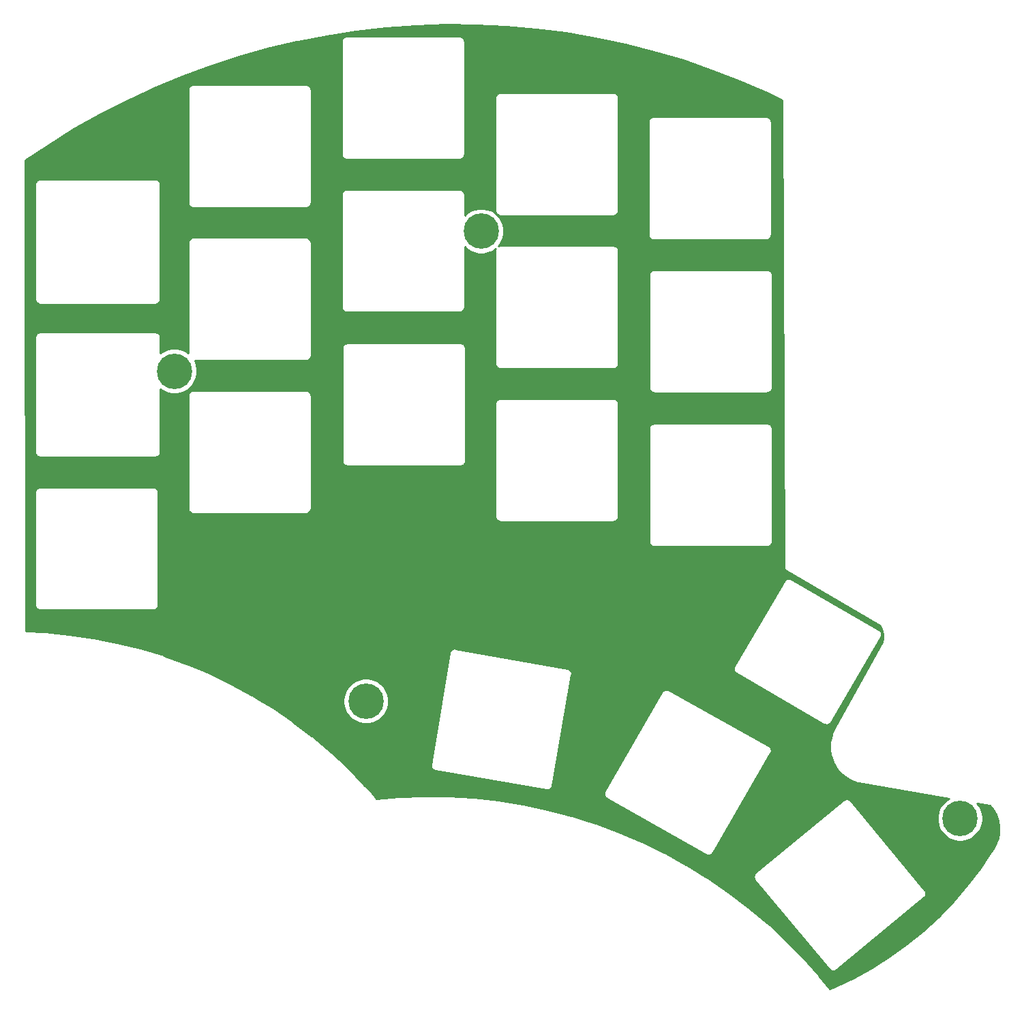
<source format=gbr>
G04 #@! TF.GenerationSoftware,KiCad,Pcbnew,5.1.10*
G04 #@! TF.CreationDate,2021-08-05T17:34:59+02:00*
G04 #@! TF.ProjectId,split_3x_plate_gerber,73706c69-745f-4337-985f-706c6174655f,rev?*
G04 #@! TF.SameCoordinates,Original*
G04 #@! TF.FileFunction,Copper,L1,Top*
G04 #@! TF.FilePolarity,Positive*
%FSLAX46Y46*%
G04 Gerber Fmt 4.6, Leading zero omitted, Abs format (unit mm)*
G04 Created by KiCad (PCBNEW 5.1.10) date 2021-08-05 17:34:59*
%MOMM*%
%LPD*%
G01*
G04 APERTURE LIST*
G04 #@! TA.AperFunction,ComponentPad*
%ADD10C,0.700000*%
G04 #@! TD*
G04 #@! TA.AperFunction,ComponentPad*
%ADD11C,4.400000*%
G04 #@! TD*
G04 #@! TA.AperFunction,NonConductor*
%ADD12C,0.254000*%
G04 #@! TD*
G04 #@! TA.AperFunction,NonConductor*
%ADD13C,0.100000*%
G04 #@! TD*
G04 APERTURE END LIST*
D10*
G04 #@! TO.P, ,1*
G04 #@! TO.N,N/C*
X98066726Y-84533274D03*
X96900000Y-84050000D03*
X95733274Y-84533274D03*
X95250000Y-85700000D03*
X95733274Y-86866726D03*
X96900000Y-87350000D03*
X98066726Y-86866726D03*
X98550000Y-85700000D03*
D11*
X96900000Y-85700000D03*
G04 #@! TD*
D10*
G04 #@! TO.P, ,1*
G04 #@! TO.N,N/C*
X121866726Y-125533274D03*
X120700000Y-125050000D03*
X119533274Y-125533274D03*
X119050000Y-126700000D03*
X119533274Y-127866726D03*
X120700000Y-128350000D03*
X121866726Y-127866726D03*
X122350000Y-126700000D03*
D11*
X120700000Y-126700000D03*
G04 #@! TD*
D10*
G04 #@! TO.P, ,1*
G04 #@! TO.N,N/C*
X136166726Y-67133274D03*
X135000000Y-66650000D03*
X133833274Y-67133274D03*
X133350000Y-68300000D03*
X133833274Y-69466726D03*
X135000000Y-69950000D03*
X136166726Y-69466726D03*
X136650000Y-68300000D03*
D11*
X135000000Y-68300000D03*
G04 #@! TD*
D10*
G04 #@! TO.P, ,1*
G04 #@! TO.N,N/C*
X195635476Y-140120774D03*
X194468750Y-139637500D03*
X193302024Y-140120774D03*
X192818750Y-141287500D03*
X193302024Y-142454226D03*
X194468750Y-142937500D03*
X195635476Y-142454226D03*
X196118750Y-141287500D03*
D11*
X194468750Y-141287500D03*
G04 #@! TD*
D12*
X134370658Y-42711643D02*
X138101623Y-42891252D01*
X141822347Y-43220445D01*
X145526873Y-43698692D01*
X149209210Y-44325221D01*
X152863434Y-45099024D01*
X156483671Y-46018857D01*
X160064074Y-47083235D01*
X163598887Y-48290446D01*
X167082391Y-49638538D01*
X170511029Y-51126229D01*
X172379017Y-52011959D01*
X172589963Y-109990881D01*
X172588290Y-110044325D01*
X172595542Y-110087856D01*
X172600026Y-110131749D01*
X172606200Y-110151838D01*
X172609653Y-110172567D01*
X172625256Y-110213843D01*
X172638218Y-110256020D01*
X172648191Y-110274516D01*
X172655623Y-110294177D01*
X172678978Y-110331615D01*
X172699920Y-110370454D01*
X172713313Y-110386653D01*
X172724435Y-110404481D01*
X172754642Y-110436641D01*
X172782762Y-110470651D01*
X172799057Y-110483925D01*
X172813444Y-110499242D01*
X172849341Y-110524888D01*
X172883559Y-110552762D01*
X172930815Y-110577800D01*
X184427813Y-117193576D01*
X184631656Y-117513050D01*
X184804880Y-117956423D01*
X184888686Y-118425004D01*
X184879882Y-118900932D01*
X184781087Y-119355581D01*
X178906387Y-130009701D01*
X178897651Y-130030036D01*
X178579415Y-130711634D01*
X178559814Y-130767208D01*
X178539274Y-130822503D01*
X178536986Y-130831430D01*
X178347761Y-131591617D01*
X178339047Y-131650791D01*
X178329504Y-131709851D01*
X178328994Y-131719052D01*
X178291028Y-132501516D01*
X178293972Y-132561234D01*
X178296083Y-132621043D01*
X178297369Y-132630168D01*
X178412106Y-133405104D01*
X178426599Y-133463135D01*
X178440282Y-133521374D01*
X178443316Y-133530076D01*
X178706389Y-134267968D01*
X178731867Y-134322058D01*
X178756611Y-134376551D01*
X178761278Y-134384497D01*
X179162664Y-135057238D01*
X179198180Y-135105371D01*
X179233021Y-135153998D01*
X179239142Y-135160886D01*
X179763552Y-135742851D01*
X179807698Y-135783131D01*
X179851362Y-135824103D01*
X179858705Y-135829671D01*
X180486166Y-136298695D01*
X180537348Y-136329665D01*
X180588087Y-136361343D01*
X180596371Y-136365379D01*
X181296575Y-136700529D01*
X181348132Y-136726598D01*
X181441989Y-136752755D01*
X193094217Y-138796309D01*
X192661543Y-139085412D01*
X192266662Y-139480293D01*
X191956406Y-139944624D01*
X191742698Y-140460561D01*
X191633750Y-141008277D01*
X191633750Y-141566723D01*
X191742698Y-142114439D01*
X191956406Y-142630376D01*
X192266662Y-143094707D01*
X192661543Y-143489588D01*
X193125874Y-143799844D01*
X193641811Y-144013552D01*
X194189527Y-144122500D01*
X194747973Y-144122500D01*
X195295689Y-144013552D01*
X195811626Y-143799844D01*
X196275957Y-143489588D01*
X196670838Y-143094707D01*
X196981094Y-142630376D01*
X197194802Y-142114439D01*
X197303750Y-141566723D01*
X197303750Y-141008277D01*
X197194802Y-140460561D01*
X196981094Y-139944624D01*
X196670838Y-139480293D01*
X196602054Y-139411509D01*
X198172967Y-139687014D01*
X198550135Y-140130695D01*
X198932855Y-140789136D01*
X199192930Y-141504957D01*
X199322133Y-142255511D01*
X199316383Y-143017084D01*
X199175860Y-143765605D01*
X198905008Y-144477407D01*
X198501159Y-145148657D01*
X198383032Y-145302757D01*
X198382333Y-145303860D01*
X198379609Y-145307262D01*
X198358269Y-145337312D01*
X196896449Y-147522503D01*
X195319440Y-149601548D01*
X193621922Y-151583392D01*
X191809840Y-153461088D01*
X189889603Y-155227999D01*
X187867949Y-156877924D01*
X185752003Y-158405049D01*
X183549209Y-159803999D01*
X181267325Y-161069845D01*
X178909371Y-162200538D01*
X178326257Y-162450260D01*
X177063826Y-160899509D01*
X177057337Y-160891924D01*
X177050947Y-160884169D01*
X177044866Y-160877245D01*
X175003229Y-158584722D01*
X174995382Y-158576333D01*
X174987610Y-158567788D01*
X174981198Y-158561169D01*
X172830009Y-156371117D01*
X172821768Y-156363127D01*
X172813582Y-156354966D01*
X172806855Y-156348668D01*
X170551250Y-154266315D01*
X170542598Y-154258710D01*
X170534053Y-154250986D01*
X170527026Y-154245024D01*
X168172392Y-152275344D01*
X168163372Y-152268166D01*
X168154467Y-152260874D01*
X168147157Y-152255262D01*
X165699116Y-150402956D01*
X165689744Y-150396218D01*
X165680505Y-150389379D01*
X165672930Y-150384131D01*
X163137326Y-148653623D01*
X163127681Y-148647380D01*
X163118074Y-148640970D01*
X163110252Y-148636099D01*
X162787471Y-148438198D01*
X168839694Y-148438198D01*
X168840006Y-148502488D01*
X168840198Y-148566975D01*
X168840321Y-148567584D01*
X168840324Y-148568205D01*
X168853172Y-148631196D01*
X168865942Y-148694408D01*
X168866182Y-148694983D01*
X168866306Y-148695590D01*
X168891244Y-148754981D01*
X168916052Y-148814371D01*
X168916397Y-148814885D01*
X168916639Y-148815460D01*
X168952699Y-148868865D01*
X168988604Y-148922254D01*
X169012146Y-148945656D01*
X178170773Y-159995740D01*
X178188604Y-160022254D01*
X178212139Y-160045649D01*
X178212537Y-160046129D01*
X178235407Y-160068778D01*
X178280808Y-160113909D01*
X178281322Y-160114250D01*
X178281766Y-160114690D01*
X178335821Y-160150430D01*
X178389122Y-160185814D01*
X178389693Y-160186049D01*
X178390214Y-160186393D01*
X178449972Y-160210807D01*
X178509381Y-160235208D01*
X178509991Y-160235327D01*
X178510565Y-160235562D01*
X178573690Y-160247800D01*
X178636967Y-160260190D01*
X178637589Y-160260188D01*
X178638197Y-160260306D01*
X178702487Y-160259994D01*
X178766975Y-160259802D01*
X178767584Y-160259679D01*
X178768205Y-160259676D01*
X178831196Y-160246828D01*
X178894408Y-160234058D01*
X178894983Y-160233818D01*
X178895590Y-160233694D01*
X178954981Y-160208756D01*
X179014371Y-160183948D01*
X179014885Y-160183603D01*
X179015460Y-160183361D01*
X179069060Y-160147169D01*
X179095222Y-160129575D01*
X179095694Y-160129186D01*
X179123207Y-160110608D01*
X179145699Y-160087897D01*
X189995699Y-151129182D01*
X190023207Y-151110608D01*
X190068412Y-151064962D01*
X190113909Y-151019193D01*
X190114254Y-151018673D01*
X190114690Y-151018233D01*
X190150184Y-150964551D01*
X190185814Y-150910879D01*
X190186050Y-150910305D01*
X190186393Y-150909786D01*
X190210731Y-150850214D01*
X190235208Y-150790619D01*
X190235328Y-150790007D01*
X190235562Y-150789434D01*
X190247807Y-150726275D01*
X190260190Y-150663033D01*
X190260188Y-150662410D01*
X190260306Y-150661802D01*
X190259994Y-150597510D01*
X190259802Y-150533025D01*
X190259679Y-150532416D01*
X190259676Y-150531794D01*
X190246807Y-150468699D01*
X190234058Y-150405592D01*
X190233818Y-150405018D01*
X190233694Y-150404409D01*
X190208756Y-150345018D01*
X190183948Y-150285628D01*
X190183602Y-150285113D01*
X190183361Y-150284540D01*
X190147273Y-150231093D01*
X190111396Y-150177746D01*
X190087859Y-150154349D01*
X180929232Y-139104267D01*
X180911396Y-139077746D01*
X180887855Y-139054345D01*
X180887462Y-139053871D01*
X180864862Y-139031489D01*
X180819192Y-138986091D01*
X180818675Y-138985748D01*
X180818233Y-138985310D01*
X180764550Y-138949816D01*
X180710879Y-138914186D01*
X180710303Y-138913949D01*
X180709785Y-138913607D01*
X180650308Y-138889308D01*
X180590619Y-138864792D01*
X180590007Y-138864672D01*
X180589434Y-138864438D01*
X180526410Y-138852220D01*
X180463033Y-138839810D01*
X180462410Y-138839812D01*
X180461802Y-138839694D01*
X180397512Y-138840006D01*
X180333025Y-138840198D01*
X180332416Y-138840321D01*
X180331795Y-138840324D01*
X180268856Y-138853161D01*
X180205591Y-138865942D01*
X180205015Y-138866183D01*
X180204410Y-138866306D01*
X180145210Y-138891164D01*
X180085628Y-138916052D01*
X180085113Y-138916398D01*
X180084540Y-138916639D01*
X180031311Y-138952581D01*
X180004777Y-138970425D01*
X180004298Y-138970821D01*
X179976794Y-138989392D01*
X179954310Y-139012095D01*
X169104304Y-147970817D01*
X169076794Y-147989392D01*
X169031457Y-148035171D01*
X168986091Y-148080808D01*
X168985748Y-148081325D01*
X168985310Y-148081767D01*
X168949734Y-148135575D01*
X168914186Y-148189122D01*
X168913950Y-148189696D01*
X168913607Y-148190215D01*
X168889270Y-148249785D01*
X168864792Y-148309381D01*
X168864672Y-148309993D01*
X168864438Y-148310566D01*
X168852220Y-148373590D01*
X168839810Y-148436967D01*
X168839812Y-148437590D01*
X168839694Y-148438198D01*
X162787471Y-148438198D01*
X160493141Y-147031520D01*
X160483205Y-147025757D01*
X160473294Y-147019823D01*
X160465243Y-147015340D01*
X157772873Y-145540523D01*
X157762670Y-145535254D01*
X157752478Y-145529809D01*
X157744218Y-145525725D01*
X154983017Y-144184189D01*
X154972576Y-144179428D01*
X154962124Y-144174484D01*
X154953673Y-144170808D01*
X152130236Y-142965759D01*
X152119543Y-142961501D01*
X152108893Y-142957087D01*
X152100274Y-142953828D01*
X149221341Y-141888141D01*
X149210464Y-141884414D01*
X149199600Y-141880522D01*
X149190832Y-141877688D01*
X146263276Y-140953908D01*
X146252234Y-140950718D01*
X146241189Y-140947360D01*
X146232293Y-140944958D01*
X143263108Y-140165292D01*
X143251925Y-140162646D01*
X143240728Y-140159831D01*
X143231724Y-140157866D01*
X140227996Y-139524175D01*
X140216696Y-139522078D01*
X140205376Y-139519813D01*
X140196287Y-139518290D01*
X137165190Y-139032087D01*
X137153786Y-139030543D01*
X137142384Y-139028836D01*
X137133232Y-139027759D01*
X134082001Y-138690204D01*
X134070527Y-138689218D01*
X134059063Y-138688071D01*
X134049869Y-138687442D01*
X130985793Y-138499343D01*
X130974280Y-138498918D01*
X130962779Y-138498333D01*
X130953565Y-138498154D01*
X127883959Y-138459958D01*
X127872467Y-138460096D01*
X127860921Y-138460073D01*
X127851710Y-138460345D01*
X124783903Y-138572145D01*
X124772440Y-138572843D01*
X124760898Y-138573385D01*
X124751711Y-138574106D01*
X122024283Y-138807311D01*
X121526889Y-138243431D01*
X150238231Y-138243431D01*
X150238563Y-138245441D01*
X150238509Y-138247480D01*
X150249154Y-138309556D01*
X150259420Y-138371701D01*
X150260139Y-138373610D01*
X150260483Y-138375618D01*
X150283011Y-138434366D01*
X150305226Y-138493374D01*
X150306304Y-138495108D01*
X150307033Y-138497008D01*
X150340590Y-138550232D01*
X150373889Y-138603771D01*
X150375283Y-138605260D01*
X150376370Y-138606983D01*
X150419673Y-138652647D01*
X150462769Y-138698652D01*
X150464428Y-138699841D01*
X150465829Y-138701318D01*
X150517203Y-138737651D01*
X150568453Y-138774370D01*
X150599974Y-138788649D01*
X162842887Y-145756161D01*
X162866988Y-145773521D01*
X162899230Y-145788226D01*
X162901729Y-145789648D01*
X162928783Y-145801704D01*
X162985275Y-145827469D01*
X162988085Y-145828132D01*
X162990725Y-145829308D01*
X163051344Y-145843046D01*
X163111814Y-145857303D01*
X163114701Y-145857405D01*
X163117518Y-145858043D01*
X163179623Y-145859691D01*
X163241741Y-145861878D01*
X163244593Y-145861414D01*
X163247480Y-145861491D01*
X163308732Y-145850987D01*
X163370065Y-145841016D01*
X163372771Y-145840005D01*
X163375618Y-145839517D01*
X163433624Y-145817273D01*
X163491854Y-145795521D01*
X163494312Y-145794001D01*
X163497008Y-145792967D01*
X163549571Y-145759827D01*
X163602426Y-145727140D01*
X163604539Y-145725171D01*
X163606983Y-145723630D01*
X163652055Y-145680887D01*
X163697534Y-145638503D01*
X163699224Y-145636157D01*
X163701318Y-145634171D01*
X163737200Y-145583436D01*
X163754481Y-145559445D01*
X163755920Y-145556966D01*
X163776388Y-145528026D01*
X163788481Y-145500890D01*
X170957520Y-133154213D01*
X170979514Y-133122471D01*
X171002995Y-133068389D01*
X171027469Y-133014725D01*
X171028866Y-133008801D01*
X171031290Y-133003217D01*
X171043769Y-132945590D01*
X171057303Y-132888186D01*
X171057517Y-132882101D01*
X171058805Y-132876154D01*
X171059802Y-132817214D01*
X171061878Y-132758259D01*
X171060901Y-132752250D01*
X171061004Y-132746164D01*
X171050476Y-132688125D01*
X171041016Y-132629935D01*
X171038887Y-132624236D01*
X171037800Y-132618243D01*
X171016144Y-132563352D01*
X170995521Y-132508146D01*
X170992322Y-132502973D01*
X170990086Y-132497306D01*
X170958144Y-132447706D01*
X170927141Y-132397574D01*
X170922991Y-132393121D01*
X170919695Y-132388003D01*
X170878710Y-132345608D01*
X170838503Y-132302466D01*
X170833563Y-132298908D01*
X170829333Y-132294532D01*
X170780860Y-132260944D01*
X170733012Y-132226478D01*
X170697873Y-132210452D01*
X158353801Y-125341574D01*
X158331547Y-125325630D01*
X158297130Y-125310039D01*
X158292590Y-125307513D01*
X158267644Y-125296682D01*
X158213122Y-125271984D01*
X158208018Y-125270794D01*
X158203217Y-125268710D01*
X158144785Y-125256057D01*
X158086507Y-125242474D01*
X158081271Y-125242303D01*
X158076154Y-125241195D01*
X158016363Y-125240184D01*
X157956568Y-125238231D01*
X157951401Y-125239085D01*
X157946165Y-125238996D01*
X157887318Y-125249670D01*
X157828298Y-125259420D01*
X157823396Y-125261265D01*
X157818244Y-125262200D01*
X157762609Y-125284150D01*
X157706626Y-125305226D01*
X157702179Y-125307992D01*
X157697307Y-125309914D01*
X157647018Y-125342300D01*
X157596229Y-125373889D01*
X157592406Y-125377470D01*
X157588004Y-125380305D01*
X157545041Y-125421839D01*
X157501347Y-125462769D01*
X157498292Y-125467033D01*
X157494533Y-125470667D01*
X157460504Y-125519777D01*
X157444602Y-125541972D01*
X157441996Y-125546486D01*
X157420486Y-125577529D01*
X157409588Y-125602630D01*
X150343591Y-137843725D01*
X150323612Y-137871974D01*
X150297996Y-137929456D01*
X150271984Y-137986878D01*
X150271520Y-137988867D01*
X150270692Y-137990726D01*
X150256785Y-138052089D01*
X150242474Y-138113493D01*
X150242407Y-138115531D01*
X150241957Y-138117519D01*
X150240286Y-138180484D01*
X150238231Y-138243431D01*
X121526889Y-138243431D01*
X120607979Y-137201692D01*
X120598314Y-137191279D01*
X120588834Y-137180903D01*
X120587235Y-137179245D01*
X118514760Y-135038292D01*
X118503619Y-135027352D01*
X118492609Y-135016463D01*
X118490928Y-135014888D01*
X118170781Y-134716020D01*
X128737001Y-134716020D01*
X128737335Y-134718735D01*
X128737155Y-134721462D01*
X128745260Y-134783191D01*
X128752866Y-134845057D01*
X128753723Y-134847656D01*
X128754079Y-134850364D01*
X128774065Y-134909312D01*
X128793599Y-134968519D01*
X128794946Y-134970900D01*
X128795824Y-134973488D01*
X128826940Y-135027427D01*
X128857637Y-135081662D01*
X128859423Y-135083734D01*
X128860789Y-135086102D01*
X128901829Y-135132933D01*
X128942517Y-135180139D01*
X128944673Y-135181823D01*
X128946474Y-135183878D01*
X128995897Y-135221830D01*
X129044978Y-135260163D01*
X129047417Y-135261392D01*
X129049588Y-135263059D01*
X129105450Y-135290632D01*
X129161082Y-135318662D01*
X129163720Y-135319393D01*
X129166169Y-135320602D01*
X129226286Y-135336734D01*
X129254976Y-135344685D01*
X129257655Y-135345151D01*
X129291736Y-135354296D01*
X129321528Y-135356259D01*
X143054977Y-137744685D01*
X143086368Y-137753385D01*
X143118853Y-137755794D01*
X143118854Y-137755794D01*
X143216020Y-137762999D01*
X143345057Y-137747134D01*
X143468519Y-137706401D01*
X143581662Y-137642363D01*
X143680139Y-137557483D01*
X143760163Y-137455022D01*
X143818662Y-137338918D01*
X143830679Y-137295558D01*
X143844685Y-137245024D01*
X143844685Y-137245021D01*
X143853385Y-137213632D01*
X143855794Y-137181149D01*
X146244357Y-123446906D01*
X146252720Y-123417395D01*
X146255468Y-123383018D01*
X146255794Y-123381146D01*
X146258044Y-123350801D01*
X146263081Y-123287800D01*
X146262857Y-123285890D01*
X146262999Y-123283980D01*
X146255305Y-123221401D01*
X146247959Y-123158674D01*
X146247368Y-123156848D01*
X146247134Y-123154943D01*
X146227365Y-123095022D01*
X146207938Y-123034979D01*
X146207002Y-123033303D01*
X146206401Y-123031481D01*
X146175348Y-122976616D01*
X146144553Y-122921468D01*
X146143306Y-122920005D01*
X146142363Y-122918338D01*
X146101250Y-122870640D01*
X146060242Y-122822504D01*
X146058733Y-122821312D01*
X146057483Y-122819861D01*
X146007863Y-122781107D01*
X145958244Y-122741891D01*
X145956531Y-122741015D01*
X145955022Y-122739837D01*
X145954624Y-122739636D01*
X166337993Y-122739636D01*
X166338264Y-122741339D01*
X166338207Y-122743061D01*
X166348487Y-122805510D01*
X166358446Y-122868026D01*
X166359044Y-122869643D01*
X166359324Y-122871343D01*
X166381607Y-122930633D01*
X166403554Y-122989958D01*
X166404454Y-122991424D01*
X166405062Y-122993041D01*
X166438484Y-123046844D01*
X166471582Y-123100747D01*
X166472754Y-123102012D01*
X166473663Y-123103476D01*
X166516833Y-123149612D01*
X166559917Y-123196137D01*
X166561317Y-123197152D01*
X166562491Y-123198407D01*
X166613848Y-123235246D01*
X166665165Y-123272459D01*
X166696316Y-123286786D01*
X177540184Y-129554344D01*
X177565165Y-129572459D01*
X177596307Y-129586782D01*
X177597797Y-129587643D01*
X177625897Y-129600391D01*
X177683281Y-129626783D01*
X177684955Y-129627183D01*
X177686526Y-129627896D01*
X177748178Y-129642302D01*
X177809724Y-129657019D01*
X177811447Y-129657085D01*
X177813124Y-129657477D01*
X177876353Y-129659577D01*
X177939636Y-129662007D01*
X177941338Y-129661736D01*
X177943060Y-129661793D01*
X178005402Y-129651530D01*
X178068026Y-129641554D01*
X178069648Y-129640954D01*
X178071343Y-129640675D01*
X178130546Y-129618425D01*
X178189958Y-129596446D01*
X178191425Y-129595546D01*
X178193041Y-129594938D01*
X178246844Y-129561516D01*
X178300747Y-129528418D01*
X178302012Y-129527246D01*
X178303476Y-129526337D01*
X178349612Y-129483167D01*
X178396137Y-129440083D01*
X178397152Y-129438683D01*
X178398407Y-129437509D01*
X178435222Y-129386185D01*
X178453336Y-129361206D01*
X178454203Y-129359723D01*
X178474184Y-129331868D01*
X178486933Y-129303766D01*
X184654204Y-118759722D01*
X184674184Y-118731868D01*
X184700291Y-118674322D01*
X184726783Y-118616720D01*
X184727184Y-118615042D01*
X184727896Y-118613473D01*
X184742276Y-118551929D01*
X184757019Y-118490277D01*
X184757085Y-118488550D01*
X184757477Y-118486874D01*
X184759577Y-118423663D01*
X184762007Y-118360364D01*
X184761736Y-118358661D01*
X184761793Y-118356938D01*
X184751520Y-118294536D01*
X184741554Y-118231975D01*
X184740955Y-118230355D01*
X184740675Y-118228656D01*
X184718390Y-118169360D01*
X184696446Y-118110042D01*
X184695547Y-118108577D01*
X184694938Y-118106958D01*
X184661460Y-118053065D01*
X184628417Y-117999253D01*
X184627247Y-117997990D01*
X184626336Y-117996523D01*
X184583034Y-117950245D01*
X184540083Y-117903864D01*
X184538689Y-117902853D01*
X184537509Y-117901592D01*
X184485962Y-117864617D01*
X184434835Y-117827541D01*
X184403693Y-117813218D01*
X173559818Y-111545658D01*
X173534835Y-111527541D01*
X173503688Y-111513216D01*
X173502202Y-111512357D01*
X173474175Y-111499642D01*
X173416719Y-111473217D01*
X173415043Y-111472816D01*
X173413473Y-111472104D01*
X173351864Y-111457708D01*
X173290276Y-111442981D01*
X173288552Y-111442915D01*
X173286875Y-111442523D01*
X173223649Y-111440423D01*
X173160363Y-111437993D01*
X173158661Y-111438264D01*
X173156939Y-111438207D01*
X173094424Y-111448498D01*
X173031973Y-111458447D01*
X173030360Y-111459044D01*
X173028657Y-111459324D01*
X172969379Y-111481602D01*
X172910040Y-111503554D01*
X172908570Y-111504456D01*
X172906959Y-111505062D01*
X172853212Y-111538449D01*
X172799252Y-111571583D01*
X172797988Y-111572754D01*
X172796524Y-111573663D01*
X172750434Y-111616790D01*
X172703862Y-111659917D01*
X172702845Y-111661320D01*
X172701593Y-111662491D01*
X172664869Y-111713687D01*
X172646663Y-111738794D01*
X172645791Y-111740285D01*
X172625816Y-111768132D01*
X172613070Y-111796226D01*
X166445799Y-122340274D01*
X166425816Y-122368132D01*
X166399676Y-122425752D01*
X166373217Y-122483281D01*
X166372816Y-122484957D01*
X166372104Y-122486527D01*
X166357708Y-122548136D01*
X166342981Y-122609724D01*
X166342915Y-122611448D01*
X166342523Y-122613125D01*
X166340423Y-122676347D01*
X166337993Y-122739636D01*
X145954624Y-122739636D01*
X145898817Y-122711518D01*
X145842479Y-122682724D01*
X145840628Y-122682199D01*
X145838918Y-122681338D01*
X145778247Y-122664523D01*
X145748737Y-122656161D01*
X145746853Y-122655822D01*
X145713632Y-122646615D01*
X145683055Y-122644348D01*
X131844194Y-120155345D01*
X131808264Y-120145704D01*
X131747974Y-120141731D01*
X131687801Y-120136920D01*
X131683181Y-120137461D01*
X131678537Y-120137155D01*
X131618651Y-120145018D01*
X131558675Y-120152041D01*
X131554248Y-120153473D01*
X131549635Y-120154079D01*
X131492428Y-120173475D01*
X131434980Y-120192062D01*
X131430920Y-120194329D01*
X131426511Y-120195824D01*
X131374147Y-120226031D01*
X131321469Y-120255447D01*
X131317932Y-120258460D01*
X131313897Y-120260788D01*
X131268437Y-120300627D01*
X131222505Y-120339758D01*
X131219622Y-120343406D01*
X131216121Y-120346474D01*
X131179300Y-120394425D01*
X131141892Y-120441756D01*
X131139778Y-120445892D01*
X131136940Y-120449588D01*
X131110176Y-120503812D01*
X131082725Y-120557521D01*
X131081458Y-120561993D01*
X131079397Y-120566168D01*
X131063730Y-120624555D01*
X131047281Y-120682605D01*
X131044318Y-120719671D01*
X128754590Y-134557592D01*
X128746615Y-134586368D01*
X128744005Y-134621562D01*
X128743562Y-134624241D01*
X128741608Y-134653890D01*
X128737001Y-134716020D01*
X118170781Y-134716020D01*
X116312790Y-132981529D01*
X116301152Y-132971203D01*
X116289564Y-132960849D01*
X116287805Y-132959361D01*
X114009583Y-131038805D01*
X113997406Y-131029056D01*
X113985340Y-131019326D01*
X113983508Y-131017929D01*
X111611037Y-129215094D01*
X111598392Y-129205980D01*
X111585840Y-129196867D01*
X111583940Y-129195564D01*
X109123296Y-127515068D01*
X109110193Y-127506597D01*
X109097209Y-127498139D01*
X109095246Y-127496934D01*
X107334369Y-126420777D01*
X117865000Y-126420777D01*
X117865000Y-126979223D01*
X117973948Y-127526939D01*
X118187656Y-128042876D01*
X118497912Y-128507207D01*
X118892793Y-128902088D01*
X119357124Y-129212344D01*
X119873061Y-129426052D01*
X120420777Y-129535000D01*
X120979223Y-129535000D01*
X121526939Y-129426052D01*
X122042876Y-129212344D01*
X122507207Y-128902088D01*
X122902088Y-128507207D01*
X123212344Y-128042876D01*
X123426052Y-127526939D01*
X123535000Y-126979223D01*
X123535000Y-126420777D01*
X123426052Y-125873061D01*
X123212344Y-125357124D01*
X122902088Y-124892793D01*
X122507207Y-124497912D01*
X122042876Y-124187656D01*
X121526939Y-123973948D01*
X120979223Y-123865000D01*
X120420777Y-123865000D01*
X119873061Y-123973948D01*
X119357124Y-124187656D01*
X118892793Y-124497912D01*
X118497912Y-124892793D01*
X118187656Y-125357124D01*
X117973948Y-125873061D01*
X117865000Y-126420777D01*
X107334369Y-126420777D01*
X106552731Y-125943081D01*
X106539185Y-125935266D01*
X106525821Y-125927494D01*
X106523817Y-125926400D01*
X106523799Y-125926390D01*
X106523782Y-125926381D01*
X103905928Y-124503161D01*
X103891957Y-124496017D01*
X103878263Y-124488955D01*
X103876222Y-124487971D01*
X103876188Y-124487954D01*
X103876156Y-124487939D01*
X101189663Y-123198993D01*
X101175340Y-123192562D01*
X101161315Y-123186205D01*
X101159192Y-123185311D01*
X98410896Y-122033920D01*
X98396388Y-122028269D01*
X98381937Y-122022582D01*
X98379785Y-122021802D01*
X98379772Y-122021797D01*
X98379759Y-122021793D01*
X95576743Y-121010925D01*
X95561855Y-121005978D01*
X95547248Y-121001067D01*
X95545058Y-121000396D01*
X95545046Y-121000392D01*
X95545035Y-121000389D01*
X92694463Y-120132628D01*
X92679387Y-120128452D01*
X92664508Y-120124275D01*
X92662323Y-120123726D01*
X92662274Y-120123712D01*
X92662227Y-120123702D01*
X89771439Y-119401279D01*
X89756263Y-119397892D01*
X89741099Y-119394452D01*
X89738848Y-119394005D01*
X89738840Y-119394003D01*
X89738832Y-119394002D01*
X86815156Y-118818750D01*
X86799734Y-118816119D01*
X86784509Y-118813467D01*
X86782236Y-118813134D01*
X86782224Y-118813132D01*
X83833189Y-118386535D01*
X83817715Y-118384695D01*
X83802314Y-118382809D01*
X83800025Y-118382591D01*
X83800017Y-118382591D01*
X80833172Y-118105740D01*
X80817639Y-118104686D01*
X80802149Y-118103581D01*
X80799847Y-118103479D01*
X78454315Y-118003896D01*
X78441190Y-100750000D01*
X79586807Y-100750000D01*
X79590001Y-100782429D01*
X79590000Y-114717581D01*
X79586807Y-114750000D01*
X79599550Y-114879383D01*
X79637290Y-115003793D01*
X79698575Y-115118450D01*
X79781052Y-115218948D01*
X79881550Y-115301425D01*
X79996207Y-115362710D01*
X80120617Y-115400450D01*
X80250000Y-115413193D01*
X80282419Y-115410000D01*
X94217581Y-115410000D01*
X94250000Y-115413193D01*
X94282419Y-115410000D01*
X94379383Y-115400450D01*
X94503793Y-115362710D01*
X94618450Y-115301425D01*
X94718948Y-115218948D01*
X94801425Y-115118450D01*
X94862710Y-115003793D01*
X94900450Y-114879383D01*
X94913193Y-114750000D01*
X94910000Y-114717581D01*
X94910000Y-100782419D01*
X94913193Y-100750000D01*
X94900450Y-100620617D01*
X94862710Y-100496207D01*
X94801425Y-100381550D01*
X94718948Y-100281052D01*
X94618450Y-100198575D01*
X94503793Y-100137290D01*
X94379383Y-100099550D01*
X94282419Y-100090000D01*
X94250000Y-100086807D01*
X94217581Y-100090000D01*
X80282419Y-100090000D01*
X80250000Y-100086807D01*
X80217581Y-100090000D01*
X80120617Y-100099550D01*
X79996207Y-100137290D01*
X79881550Y-100198575D01*
X79781052Y-100281052D01*
X79698575Y-100381550D01*
X79637290Y-100496207D01*
X79599550Y-100620617D01*
X79586807Y-100750000D01*
X78441190Y-100750000D01*
X78426547Y-81500000D01*
X79586807Y-81500000D01*
X79590001Y-81532429D01*
X79590000Y-95717581D01*
X79586807Y-95750000D01*
X79599550Y-95879383D01*
X79637290Y-96003793D01*
X79698575Y-96118450D01*
X79781052Y-96218948D01*
X79881550Y-96301425D01*
X79996207Y-96362710D01*
X80120617Y-96400450D01*
X80250000Y-96413193D01*
X80282419Y-96410000D01*
X94467581Y-96410000D01*
X94500000Y-96413193D01*
X94532419Y-96410000D01*
X94629383Y-96400450D01*
X94753793Y-96362710D01*
X94868450Y-96301425D01*
X94968948Y-96218948D01*
X95051425Y-96118450D01*
X95112710Y-96003793D01*
X95150450Y-95879383D01*
X95163193Y-95750000D01*
X95160000Y-95717581D01*
X95160000Y-88750000D01*
X98586807Y-88750000D01*
X98590001Y-88782429D01*
X98590000Y-102717581D01*
X98586807Y-102750000D01*
X98599550Y-102879383D01*
X98637290Y-103003793D01*
X98698575Y-103118450D01*
X98714037Y-103137290D01*
X98781052Y-103218948D01*
X98881550Y-103301425D01*
X98996207Y-103362710D01*
X99120617Y-103400450D01*
X99250000Y-103413193D01*
X99282419Y-103410000D01*
X113217581Y-103410000D01*
X113250000Y-103413193D01*
X113282419Y-103410000D01*
X113379383Y-103400450D01*
X113503793Y-103362710D01*
X113618450Y-103301425D01*
X113718948Y-103218948D01*
X113801425Y-103118450D01*
X113862710Y-103003793D01*
X113900450Y-102879383D01*
X113913193Y-102750000D01*
X113910000Y-102717581D01*
X113910000Y-88782419D01*
X113913193Y-88750000D01*
X113900450Y-88620617D01*
X113862710Y-88496207D01*
X113801425Y-88381550D01*
X113718948Y-88281052D01*
X113618450Y-88198575D01*
X113503793Y-88137290D01*
X113379383Y-88099550D01*
X113282419Y-88090000D01*
X113250000Y-88086807D01*
X113217581Y-88090000D01*
X99282419Y-88090000D01*
X99250000Y-88086807D01*
X99217581Y-88090000D01*
X99120617Y-88099550D01*
X98996207Y-88137290D01*
X98881550Y-88198575D01*
X98781052Y-88281052D01*
X98698575Y-88381550D01*
X98637290Y-88496207D01*
X98599550Y-88620617D01*
X98586807Y-88750000D01*
X95160000Y-88750000D01*
X95160000Y-87946994D01*
X95557124Y-88212344D01*
X96073061Y-88426052D01*
X96620777Y-88535000D01*
X97179223Y-88535000D01*
X97726939Y-88426052D01*
X98242876Y-88212344D01*
X98707207Y-87902088D01*
X99102088Y-87507207D01*
X99412344Y-87042876D01*
X99626052Y-86526939D01*
X99735000Y-85979223D01*
X99735000Y-85420777D01*
X99626052Y-84873061D01*
X99434246Y-84410000D01*
X113217581Y-84410000D01*
X113250000Y-84413193D01*
X113282419Y-84410000D01*
X113379383Y-84400450D01*
X113503793Y-84362710D01*
X113618450Y-84301425D01*
X113718948Y-84218948D01*
X113801425Y-84118450D01*
X113862710Y-84003793D01*
X113900450Y-83879383D01*
X113913193Y-83750000D01*
X113910000Y-83717581D01*
X113910000Y-82850000D01*
X117736807Y-82850000D01*
X117740001Y-82882429D01*
X117740000Y-96817581D01*
X117736807Y-96850000D01*
X117749550Y-96979383D01*
X117787290Y-97103793D01*
X117848575Y-97218450D01*
X117931052Y-97318948D01*
X118031550Y-97401425D01*
X118146207Y-97462710D01*
X118270617Y-97500450D01*
X118400000Y-97513193D01*
X118432419Y-97510000D01*
X132367581Y-97510000D01*
X132400000Y-97513193D01*
X132432419Y-97510000D01*
X132529383Y-97500450D01*
X132653793Y-97462710D01*
X132768450Y-97401425D01*
X132868948Y-97318948D01*
X132951425Y-97218450D01*
X133012710Y-97103793D01*
X133050450Y-96979383D01*
X133063193Y-96850000D01*
X133060000Y-96817581D01*
X133060000Y-89750000D01*
X136736807Y-89750000D01*
X136740001Y-89782429D01*
X136740000Y-103717581D01*
X136736807Y-103750000D01*
X136749550Y-103879383D01*
X136787290Y-104003793D01*
X136848575Y-104118450D01*
X136931052Y-104218948D01*
X137031550Y-104301425D01*
X137146207Y-104362710D01*
X137270617Y-104400450D01*
X137400000Y-104413193D01*
X137432419Y-104410000D01*
X151367581Y-104410000D01*
X151400000Y-104413193D01*
X151432419Y-104410000D01*
X151529383Y-104400450D01*
X151653793Y-104362710D01*
X151768450Y-104301425D01*
X151868948Y-104218948D01*
X151951425Y-104118450D01*
X152012710Y-104003793D01*
X152050450Y-103879383D01*
X152063193Y-103750000D01*
X152060000Y-103717581D01*
X152060000Y-92850000D01*
X155836807Y-92850000D01*
X155840001Y-92882429D01*
X155840000Y-106817581D01*
X155836807Y-106850000D01*
X155849550Y-106979383D01*
X155887290Y-107103793D01*
X155948575Y-107218450D01*
X156031052Y-107318948D01*
X156131550Y-107401425D01*
X156246207Y-107462710D01*
X156370617Y-107500450D01*
X156500000Y-107513193D01*
X156532419Y-107510000D01*
X170467581Y-107510000D01*
X170500000Y-107513193D01*
X170532419Y-107510000D01*
X170629383Y-107500450D01*
X170753793Y-107462710D01*
X170868450Y-107401425D01*
X170968948Y-107318948D01*
X171051425Y-107218450D01*
X171112710Y-107103793D01*
X171150450Y-106979383D01*
X171163193Y-106850000D01*
X171160000Y-106817581D01*
X171160000Y-92882419D01*
X171163193Y-92850000D01*
X171150450Y-92720617D01*
X171112710Y-92596207D01*
X171051425Y-92481550D01*
X170968948Y-92381052D01*
X170868450Y-92298575D01*
X170753793Y-92237290D01*
X170629383Y-92199550D01*
X170532419Y-92190000D01*
X170500000Y-92186807D01*
X170467581Y-92190000D01*
X156532419Y-92190000D01*
X156500000Y-92186807D01*
X156467581Y-92190000D01*
X156370617Y-92199550D01*
X156246207Y-92237290D01*
X156131550Y-92298575D01*
X156031052Y-92381052D01*
X155948575Y-92481550D01*
X155887290Y-92596207D01*
X155849550Y-92720617D01*
X155836807Y-92850000D01*
X152060000Y-92850000D01*
X152060000Y-89782419D01*
X152063193Y-89750000D01*
X152050450Y-89620617D01*
X152012710Y-89496207D01*
X151951425Y-89381550D01*
X151868948Y-89281052D01*
X151768450Y-89198575D01*
X151653793Y-89137290D01*
X151529383Y-89099550D01*
X151432419Y-89090000D01*
X151400000Y-89086807D01*
X151367581Y-89090000D01*
X137432419Y-89090000D01*
X137400000Y-89086807D01*
X137367581Y-89090000D01*
X137270617Y-89099550D01*
X137146207Y-89137290D01*
X137031550Y-89198575D01*
X136931052Y-89281052D01*
X136848575Y-89381550D01*
X136787290Y-89496207D01*
X136749550Y-89620617D01*
X136736807Y-89750000D01*
X133060000Y-89750000D01*
X133060000Y-82882419D01*
X133063193Y-82850000D01*
X133050450Y-82720617D01*
X133012710Y-82596207D01*
X132951425Y-82481550D01*
X132868948Y-82381052D01*
X132768450Y-82298575D01*
X132653793Y-82237290D01*
X132529383Y-82199550D01*
X132432419Y-82190000D01*
X132400000Y-82186807D01*
X132367581Y-82190000D01*
X118432419Y-82190000D01*
X118400000Y-82186807D01*
X118367581Y-82190000D01*
X118270617Y-82199550D01*
X118146207Y-82237290D01*
X118031550Y-82298575D01*
X117931052Y-82381052D01*
X117848575Y-82481550D01*
X117787290Y-82596207D01*
X117749550Y-82720617D01*
X117736807Y-82850000D01*
X113910000Y-82850000D01*
X113910000Y-69782419D01*
X113913193Y-69750000D01*
X113900450Y-69620617D01*
X113862710Y-69496207D01*
X113801425Y-69381550D01*
X113718948Y-69281052D01*
X113618450Y-69198575D01*
X113503793Y-69137290D01*
X113379383Y-69099550D01*
X113282419Y-69090000D01*
X113250000Y-69086807D01*
X113217581Y-69090000D01*
X99282419Y-69090000D01*
X99250000Y-69086807D01*
X99217581Y-69090000D01*
X99120617Y-69099550D01*
X98996207Y-69137290D01*
X98881550Y-69198575D01*
X98781052Y-69281052D01*
X98698575Y-69381550D01*
X98637290Y-69496207D01*
X98599550Y-69620617D01*
X98586807Y-69750000D01*
X98590001Y-69782429D01*
X98590000Y-83419597D01*
X98242876Y-83187656D01*
X97726939Y-82973948D01*
X97179223Y-82865000D01*
X96620777Y-82865000D01*
X96073061Y-82973948D01*
X95557124Y-83187656D01*
X95160000Y-83453006D01*
X95160000Y-81532419D01*
X95163193Y-81500000D01*
X95150450Y-81370617D01*
X95112710Y-81246207D01*
X95051425Y-81131550D01*
X94968948Y-81031052D01*
X94868450Y-80948575D01*
X94753793Y-80887290D01*
X94629383Y-80849550D01*
X94532419Y-80840000D01*
X94500000Y-80836807D01*
X94467581Y-80840000D01*
X80282419Y-80840000D01*
X80250000Y-80836807D01*
X80217581Y-80840000D01*
X80120617Y-80849550D01*
X79996207Y-80887290D01*
X79881550Y-80948575D01*
X79781052Y-81031052D01*
X79698575Y-81131550D01*
X79637290Y-81246207D01*
X79599550Y-81370617D01*
X79586807Y-81500000D01*
X78426547Y-81500000D01*
X78412094Y-62500000D01*
X79586807Y-62500000D01*
X79590001Y-62532429D01*
X79590000Y-76717581D01*
X79586807Y-76750000D01*
X79599550Y-76879383D01*
X79637290Y-77003793D01*
X79698575Y-77118450D01*
X79714037Y-77137290D01*
X79781052Y-77218948D01*
X79881550Y-77301425D01*
X79996207Y-77362710D01*
X80120617Y-77400450D01*
X80250000Y-77413193D01*
X80282419Y-77410000D01*
X94467581Y-77410000D01*
X94500000Y-77413193D01*
X94532419Y-77410000D01*
X94629383Y-77400450D01*
X94753793Y-77362710D01*
X94868450Y-77301425D01*
X94968948Y-77218948D01*
X95051425Y-77118450D01*
X95112710Y-77003793D01*
X95150450Y-76879383D01*
X95163193Y-76750000D01*
X95160000Y-76717581D01*
X95160000Y-62532419D01*
X95163193Y-62500000D01*
X95150450Y-62370617D01*
X95112710Y-62246207D01*
X95051425Y-62131550D01*
X94968948Y-62031052D01*
X94868450Y-61948575D01*
X94753793Y-61887290D01*
X94629383Y-61849550D01*
X94532419Y-61840000D01*
X94500000Y-61836807D01*
X94467581Y-61840000D01*
X80282419Y-61840000D01*
X80250000Y-61836807D01*
X80217581Y-61840000D01*
X80120617Y-61849550D01*
X79996207Y-61887290D01*
X79881550Y-61948575D01*
X79781052Y-62031052D01*
X79698575Y-62131550D01*
X79637290Y-62246207D01*
X79599550Y-62370617D01*
X79586807Y-62500000D01*
X78412094Y-62500000D01*
X78409808Y-59496136D01*
X81225088Y-57594065D01*
X84401568Y-55628867D01*
X87654384Y-53792714D01*
X90978261Y-52088584D01*
X93869402Y-50750000D01*
X98586807Y-50750000D01*
X98590001Y-50782429D01*
X98590000Y-64717581D01*
X98586807Y-64750000D01*
X98599550Y-64879383D01*
X98637290Y-65003793D01*
X98698575Y-65118450D01*
X98714037Y-65137290D01*
X98781052Y-65218948D01*
X98881550Y-65301425D01*
X98996207Y-65362710D01*
X99120617Y-65400450D01*
X99250000Y-65413193D01*
X99282419Y-65410000D01*
X113217581Y-65410000D01*
X113250000Y-65413193D01*
X113282419Y-65410000D01*
X113379383Y-65400450D01*
X113503793Y-65362710D01*
X113618450Y-65301425D01*
X113718948Y-65218948D01*
X113801425Y-65118450D01*
X113862710Y-65003793D01*
X113900450Y-64879383D01*
X113913193Y-64750000D01*
X113910000Y-64717581D01*
X113910000Y-63750000D01*
X117636807Y-63750000D01*
X117640001Y-63782429D01*
X117640000Y-77717581D01*
X117636807Y-77750000D01*
X117649550Y-77879383D01*
X117687290Y-78003793D01*
X117748575Y-78118450D01*
X117831052Y-78218948D01*
X117931550Y-78301425D01*
X118046207Y-78362710D01*
X118170617Y-78400450D01*
X118300000Y-78413193D01*
X118332419Y-78410000D01*
X132267581Y-78410000D01*
X132300000Y-78413193D01*
X132332419Y-78410000D01*
X132429383Y-78400450D01*
X132553793Y-78362710D01*
X132668450Y-78301425D01*
X132768948Y-78218948D01*
X132851425Y-78118450D01*
X132912710Y-78003793D01*
X132950450Y-77879383D01*
X132963193Y-77750000D01*
X132960000Y-77717581D01*
X132960000Y-70269295D01*
X133192793Y-70502088D01*
X133657124Y-70812344D01*
X134173061Y-71026052D01*
X134720777Y-71135000D01*
X135279223Y-71135000D01*
X135826939Y-71026052D01*
X136342876Y-70812344D01*
X136779989Y-70520274D01*
X136749550Y-70620617D01*
X136736807Y-70750000D01*
X136740001Y-70782429D01*
X136740000Y-84717581D01*
X136736807Y-84750000D01*
X136749550Y-84879383D01*
X136787290Y-85003793D01*
X136848575Y-85118450D01*
X136883639Y-85161175D01*
X136931052Y-85218948D01*
X137031550Y-85301425D01*
X137146207Y-85362710D01*
X137270617Y-85400450D01*
X137400000Y-85413193D01*
X137432419Y-85410000D01*
X151367581Y-85410000D01*
X151400000Y-85413193D01*
X151432419Y-85410000D01*
X151529383Y-85400450D01*
X151653793Y-85362710D01*
X151768450Y-85301425D01*
X151868948Y-85218948D01*
X151951425Y-85118450D01*
X152012710Y-85003793D01*
X152050450Y-84879383D01*
X152063193Y-84750000D01*
X152060000Y-84717581D01*
X152060000Y-73750000D01*
X155836807Y-73750000D01*
X155840001Y-73782429D01*
X155840000Y-87717581D01*
X155836807Y-87750000D01*
X155849550Y-87879383D01*
X155887290Y-88003793D01*
X155948575Y-88118450D01*
X155964037Y-88137290D01*
X156031052Y-88218948D01*
X156131550Y-88301425D01*
X156246207Y-88362710D01*
X156370617Y-88400450D01*
X156500000Y-88413193D01*
X156532419Y-88410000D01*
X170467581Y-88410000D01*
X170500000Y-88413193D01*
X170532419Y-88410000D01*
X170629383Y-88400450D01*
X170753793Y-88362710D01*
X170868450Y-88301425D01*
X170968948Y-88218948D01*
X171051425Y-88118450D01*
X171112710Y-88003793D01*
X171150450Y-87879383D01*
X171163193Y-87750000D01*
X171160000Y-87717581D01*
X171160000Y-73782419D01*
X171163193Y-73750000D01*
X171150450Y-73620617D01*
X171112710Y-73496207D01*
X171051425Y-73381550D01*
X170968948Y-73281052D01*
X170868450Y-73198575D01*
X170753793Y-73137290D01*
X170629383Y-73099550D01*
X170532419Y-73090000D01*
X170500000Y-73086807D01*
X170467581Y-73090000D01*
X156532419Y-73090000D01*
X156500000Y-73086807D01*
X156467581Y-73090000D01*
X156370617Y-73099550D01*
X156246207Y-73137290D01*
X156131550Y-73198575D01*
X156031052Y-73281052D01*
X155948575Y-73381550D01*
X155887290Y-73496207D01*
X155849550Y-73620617D01*
X155836807Y-73750000D01*
X152060000Y-73750000D01*
X152060000Y-70782419D01*
X152063193Y-70750000D01*
X152050450Y-70620617D01*
X152012710Y-70496207D01*
X151951425Y-70381550D01*
X151868948Y-70281052D01*
X151768450Y-70198575D01*
X151653793Y-70137290D01*
X151529383Y-70099550D01*
X151432419Y-70090000D01*
X151400000Y-70086807D01*
X151367581Y-70090000D01*
X137432419Y-70090000D01*
X137400000Y-70086807D01*
X137367581Y-70090000D01*
X137270617Y-70099550D01*
X137183239Y-70126056D01*
X137202088Y-70107207D01*
X137512344Y-69642876D01*
X137726052Y-69126939D01*
X137835000Y-68579223D01*
X137835000Y-68020777D01*
X137726052Y-67473061D01*
X137512344Y-66957124D01*
X137202088Y-66492793D01*
X136807207Y-66097912D01*
X136342876Y-65787656D01*
X135826939Y-65573948D01*
X135279223Y-65465000D01*
X134720777Y-65465000D01*
X134173061Y-65573948D01*
X133657124Y-65787656D01*
X133192793Y-66097912D01*
X132960000Y-66330705D01*
X132960000Y-63782419D01*
X132963193Y-63750000D01*
X132950450Y-63620617D01*
X132912710Y-63496207D01*
X132851425Y-63381550D01*
X132768948Y-63281052D01*
X132668450Y-63198575D01*
X132553793Y-63137290D01*
X132429383Y-63099550D01*
X132332419Y-63090000D01*
X132300000Y-63086807D01*
X132267581Y-63090000D01*
X118332419Y-63090000D01*
X118300000Y-63086807D01*
X118267581Y-63090000D01*
X118170617Y-63099550D01*
X118046207Y-63137290D01*
X117931550Y-63198575D01*
X117831052Y-63281052D01*
X117748575Y-63381550D01*
X117687290Y-63496207D01*
X117649550Y-63620617D01*
X117636807Y-63750000D01*
X113910000Y-63750000D01*
X113910000Y-50782419D01*
X113913193Y-50750000D01*
X113900450Y-50620617D01*
X113862710Y-50496207D01*
X113801425Y-50381550D01*
X113718948Y-50281052D01*
X113618450Y-50198575D01*
X113503793Y-50137290D01*
X113379383Y-50099550D01*
X113282419Y-50090000D01*
X113250000Y-50086807D01*
X113217581Y-50090000D01*
X99282419Y-50090000D01*
X99250000Y-50086807D01*
X99217581Y-50090000D01*
X99120617Y-50099550D01*
X98996207Y-50137290D01*
X98881550Y-50198575D01*
X98781052Y-50281052D01*
X98698575Y-50381550D01*
X98637290Y-50496207D01*
X98599550Y-50620617D01*
X98586807Y-50750000D01*
X93869402Y-50750000D01*
X94367840Y-50519226D01*
X97817676Y-49087159D01*
X101322204Y-47794694D01*
X104875789Y-46643908D01*
X108472663Y-45636671D01*
X112107092Y-44774586D01*
X112233060Y-44750000D01*
X117636807Y-44750000D01*
X117640001Y-44782429D01*
X117640000Y-58717581D01*
X117636807Y-58750000D01*
X117649550Y-58879383D01*
X117687290Y-59003793D01*
X117748575Y-59118450D01*
X117785542Y-59163494D01*
X117831052Y-59218948D01*
X117931550Y-59301425D01*
X118046207Y-59362710D01*
X118170617Y-59400450D01*
X118300000Y-59413193D01*
X118332419Y-59410000D01*
X132267581Y-59410000D01*
X132300000Y-59413193D01*
X132332419Y-59410000D01*
X132429383Y-59400450D01*
X132553793Y-59362710D01*
X132668450Y-59301425D01*
X132768948Y-59218948D01*
X132851425Y-59118450D01*
X132912710Y-59003793D01*
X132950450Y-58879383D01*
X132963193Y-58750000D01*
X132960000Y-58717581D01*
X132960000Y-51750000D01*
X136736807Y-51750000D01*
X136740001Y-51782429D01*
X136740000Y-65717581D01*
X136736807Y-65750000D01*
X136749550Y-65879383D01*
X136787290Y-66003793D01*
X136848575Y-66118450D01*
X136931052Y-66218948D01*
X137031550Y-66301425D01*
X137146207Y-66362710D01*
X137270617Y-66400450D01*
X137400000Y-66413193D01*
X137432419Y-66410000D01*
X151367581Y-66410000D01*
X151400000Y-66413193D01*
X151432419Y-66410000D01*
X151529383Y-66400450D01*
X151653793Y-66362710D01*
X151768450Y-66301425D01*
X151868948Y-66218948D01*
X151951425Y-66118450D01*
X152012710Y-66003793D01*
X152050450Y-65879383D01*
X152063193Y-65750000D01*
X152060000Y-65717581D01*
X152060000Y-54750000D01*
X155736807Y-54750000D01*
X155740001Y-54782429D01*
X155740000Y-68717581D01*
X155736807Y-68750000D01*
X155749550Y-68879383D01*
X155787290Y-69003793D01*
X155848575Y-69118450D01*
X155903110Y-69184901D01*
X155931052Y-69218948D01*
X156031550Y-69301425D01*
X156146207Y-69362710D01*
X156270617Y-69400450D01*
X156400000Y-69413193D01*
X156432419Y-69410000D01*
X170367581Y-69410000D01*
X170400000Y-69413193D01*
X170432419Y-69410000D01*
X170529383Y-69400450D01*
X170653793Y-69362710D01*
X170768450Y-69301425D01*
X170868948Y-69218948D01*
X170951425Y-69118450D01*
X171012710Y-69003793D01*
X171050450Y-68879383D01*
X171063193Y-68750000D01*
X171060000Y-68717581D01*
X171060000Y-54782419D01*
X171063193Y-54750000D01*
X171050450Y-54620617D01*
X171012710Y-54496207D01*
X170951425Y-54381550D01*
X170868948Y-54281052D01*
X170768450Y-54198575D01*
X170653793Y-54137290D01*
X170529383Y-54099550D01*
X170432419Y-54090000D01*
X170400000Y-54086807D01*
X170367581Y-54090000D01*
X156432419Y-54090000D01*
X156400000Y-54086807D01*
X156367581Y-54090000D01*
X156270617Y-54099550D01*
X156146207Y-54137290D01*
X156031550Y-54198575D01*
X155931052Y-54281052D01*
X155848575Y-54381550D01*
X155787290Y-54496207D01*
X155749550Y-54620617D01*
X155736807Y-54750000D01*
X152060000Y-54750000D01*
X152060000Y-51782419D01*
X152063193Y-51750000D01*
X152050450Y-51620617D01*
X152012710Y-51496207D01*
X151951425Y-51381550D01*
X151868948Y-51281052D01*
X151768450Y-51198575D01*
X151653793Y-51137290D01*
X151529383Y-51099550D01*
X151432419Y-51090000D01*
X151400000Y-51086807D01*
X151367581Y-51090000D01*
X137432419Y-51090000D01*
X137400000Y-51086807D01*
X137367581Y-51090000D01*
X137270617Y-51099550D01*
X137146207Y-51137290D01*
X137031550Y-51198575D01*
X136931052Y-51281052D01*
X136848575Y-51381550D01*
X136787290Y-51496207D01*
X136749550Y-51620617D01*
X136736807Y-51750000D01*
X132960000Y-51750000D01*
X132960000Y-44782419D01*
X132963193Y-44750000D01*
X132950450Y-44620617D01*
X132912710Y-44496207D01*
X132851425Y-44381550D01*
X132768948Y-44281052D01*
X132668450Y-44198575D01*
X132553793Y-44137290D01*
X132429383Y-44099550D01*
X132332419Y-44090000D01*
X132300000Y-44086807D01*
X132267581Y-44090000D01*
X118332419Y-44090000D01*
X118300000Y-44086807D01*
X118267581Y-44090000D01*
X118170617Y-44099550D01*
X118046207Y-44137290D01*
X117931550Y-44198575D01*
X117831052Y-44281052D01*
X117748575Y-44381550D01*
X117687290Y-44496207D01*
X117649550Y-44620617D01*
X117636807Y-44750000D01*
X112233060Y-44750000D01*
X115773184Y-44059054D01*
X119465036Y-43491225D01*
X123176682Y-43072017D01*
X126902214Y-42802098D01*
X130635523Y-42681910D01*
X134370658Y-42711643D01*
G04 #@! TA.AperFunction,NonConductor*
D13*
G36*
X134370658Y-42711643D02*
G01*
X138101623Y-42891252D01*
X141822347Y-43220445D01*
X145526873Y-43698692D01*
X149209210Y-44325221D01*
X152863434Y-45099024D01*
X156483671Y-46018857D01*
X160064074Y-47083235D01*
X163598887Y-48290446D01*
X167082391Y-49638538D01*
X170511029Y-51126229D01*
X172379017Y-52011959D01*
X172589963Y-109990881D01*
X172588290Y-110044325D01*
X172595542Y-110087856D01*
X172600026Y-110131749D01*
X172606200Y-110151838D01*
X172609653Y-110172567D01*
X172625256Y-110213843D01*
X172638218Y-110256020D01*
X172648191Y-110274516D01*
X172655623Y-110294177D01*
X172678978Y-110331615D01*
X172699920Y-110370454D01*
X172713313Y-110386653D01*
X172724435Y-110404481D01*
X172754642Y-110436641D01*
X172782762Y-110470651D01*
X172799057Y-110483925D01*
X172813444Y-110499242D01*
X172849341Y-110524888D01*
X172883559Y-110552762D01*
X172930815Y-110577800D01*
X184427813Y-117193576D01*
X184631656Y-117513050D01*
X184804880Y-117956423D01*
X184888686Y-118425004D01*
X184879882Y-118900932D01*
X184781087Y-119355581D01*
X178906387Y-130009701D01*
X178897651Y-130030036D01*
X178579415Y-130711634D01*
X178559814Y-130767208D01*
X178539274Y-130822503D01*
X178536986Y-130831430D01*
X178347761Y-131591617D01*
X178339047Y-131650791D01*
X178329504Y-131709851D01*
X178328994Y-131719052D01*
X178291028Y-132501516D01*
X178293972Y-132561234D01*
X178296083Y-132621043D01*
X178297369Y-132630168D01*
X178412106Y-133405104D01*
X178426599Y-133463135D01*
X178440282Y-133521374D01*
X178443316Y-133530076D01*
X178706389Y-134267968D01*
X178731867Y-134322058D01*
X178756611Y-134376551D01*
X178761278Y-134384497D01*
X179162664Y-135057238D01*
X179198180Y-135105371D01*
X179233021Y-135153998D01*
X179239142Y-135160886D01*
X179763552Y-135742851D01*
X179807698Y-135783131D01*
X179851362Y-135824103D01*
X179858705Y-135829671D01*
X180486166Y-136298695D01*
X180537348Y-136329665D01*
X180588087Y-136361343D01*
X180596371Y-136365379D01*
X181296575Y-136700529D01*
X181348132Y-136726598D01*
X181441989Y-136752755D01*
X193094217Y-138796309D01*
X192661543Y-139085412D01*
X192266662Y-139480293D01*
X191956406Y-139944624D01*
X191742698Y-140460561D01*
X191633750Y-141008277D01*
X191633750Y-141566723D01*
X191742698Y-142114439D01*
X191956406Y-142630376D01*
X192266662Y-143094707D01*
X192661543Y-143489588D01*
X193125874Y-143799844D01*
X193641811Y-144013552D01*
X194189527Y-144122500D01*
X194747973Y-144122500D01*
X195295689Y-144013552D01*
X195811626Y-143799844D01*
X196275957Y-143489588D01*
X196670838Y-143094707D01*
X196981094Y-142630376D01*
X197194802Y-142114439D01*
X197303750Y-141566723D01*
X197303750Y-141008277D01*
X197194802Y-140460561D01*
X196981094Y-139944624D01*
X196670838Y-139480293D01*
X196602054Y-139411509D01*
X198172967Y-139687014D01*
X198550135Y-140130695D01*
X198932855Y-140789136D01*
X199192930Y-141504957D01*
X199322133Y-142255511D01*
X199316383Y-143017084D01*
X199175860Y-143765605D01*
X198905008Y-144477407D01*
X198501159Y-145148657D01*
X198383032Y-145302757D01*
X198382333Y-145303860D01*
X198379609Y-145307262D01*
X198358269Y-145337312D01*
X196896449Y-147522503D01*
X195319440Y-149601548D01*
X193621922Y-151583392D01*
X191809840Y-153461088D01*
X189889603Y-155227999D01*
X187867949Y-156877924D01*
X185752003Y-158405049D01*
X183549209Y-159803999D01*
X181267325Y-161069845D01*
X178909371Y-162200538D01*
X178326257Y-162450260D01*
X177063826Y-160899509D01*
X177057337Y-160891924D01*
X177050947Y-160884169D01*
X177044866Y-160877245D01*
X175003229Y-158584722D01*
X174995382Y-158576333D01*
X174987610Y-158567788D01*
X174981198Y-158561169D01*
X172830009Y-156371117D01*
X172821768Y-156363127D01*
X172813582Y-156354966D01*
X172806855Y-156348668D01*
X170551250Y-154266315D01*
X170542598Y-154258710D01*
X170534053Y-154250986D01*
X170527026Y-154245024D01*
X168172392Y-152275344D01*
X168163372Y-152268166D01*
X168154467Y-152260874D01*
X168147157Y-152255262D01*
X165699116Y-150402956D01*
X165689744Y-150396218D01*
X165680505Y-150389379D01*
X165672930Y-150384131D01*
X163137326Y-148653623D01*
X163127681Y-148647380D01*
X163118074Y-148640970D01*
X163110252Y-148636099D01*
X162787471Y-148438198D01*
X168839694Y-148438198D01*
X168840006Y-148502488D01*
X168840198Y-148566975D01*
X168840321Y-148567584D01*
X168840324Y-148568205D01*
X168853172Y-148631196D01*
X168865942Y-148694408D01*
X168866182Y-148694983D01*
X168866306Y-148695590D01*
X168891244Y-148754981D01*
X168916052Y-148814371D01*
X168916397Y-148814885D01*
X168916639Y-148815460D01*
X168952699Y-148868865D01*
X168988604Y-148922254D01*
X169012146Y-148945656D01*
X178170773Y-159995740D01*
X178188604Y-160022254D01*
X178212139Y-160045649D01*
X178212537Y-160046129D01*
X178235407Y-160068778D01*
X178280808Y-160113909D01*
X178281322Y-160114250D01*
X178281766Y-160114690D01*
X178335821Y-160150430D01*
X178389122Y-160185814D01*
X178389693Y-160186049D01*
X178390214Y-160186393D01*
X178449972Y-160210807D01*
X178509381Y-160235208D01*
X178509991Y-160235327D01*
X178510565Y-160235562D01*
X178573690Y-160247800D01*
X178636967Y-160260190D01*
X178637589Y-160260188D01*
X178638197Y-160260306D01*
X178702487Y-160259994D01*
X178766975Y-160259802D01*
X178767584Y-160259679D01*
X178768205Y-160259676D01*
X178831196Y-160246828D01*
X178894408Y-160234058D01*
X178894983Y-160233818D01*
X178895590Y-160233694D01*
X178954981Y-160208756D01*
X179014371Y-160183948D01*
X179014885Y-160183603D01*
X179015460Y-160183361D01*
X179069060Y-160147169D01*
X179095222Y-160129575D01*
X179095694Y-160129186D01*
X179123207Y-160110608D01*
X179145699Y-160087897D01*
X189995699Y-151129182D01*
X190023207Y-151110608D01*
X190068412Y-151064962D01*
X190113909Y-151019193D01*
X190114254Y-151018673D01*
X190114690Y-151018233D01*
X190150184Y-150964551D01*
X190185814Y-150910879D01*
X190186050Y-150910305D01*
X190186393Y-150909786D01*
X190210731Y-150850214D01*
X190235208Y-150790619D01*
X190235328Y-150790007D01*
X190235562Y-150789434D01*
X190247807Y-150726275D01*
X190260190Y-150663033D01*
X190260188Y-150662410D01*
X190260306Y-150661802D01*
X190259994Y-150597510D01*
X190259802Y-150533025D01*
X190259679Y-150532416D01*
X190259676Y-150531794D01*
X190246807Y-150468699D01*
X190234058Y-150405592D01*
X190233818Y-150405018D01*
X190233694Y-150404409D01*
X190208756Y-150345018D01*
X190183948Y-150285628D01*
X190183602Y-150285113D01*
X190183361Y-150284540D01*
X190147273Y-150231093D01*
X190111396Y-150177746D01*
X190087859Y-150154349D01*
X180929232Y-139104267D01*
X180911396Y-139077746D01*
X180887855Y-139054345D01*
X180887462Y-139053871D01*
X180864862Y-139031489D01*
X180819192Y-138986091D01*
X180818675Y-138985748D01*
X180818233Y-138985310D01*
X180764550Y-138949816D01*
X180710879Y-138914186D01*
X180710303Y-138913949D01*
X180709785Y-138913607D01*
X180650308Y-138889308D01*
X180590619Y-138864792D01*
X180590007Y-138864672D01*
X180589434Y-138864438D01*
X180526410Y-138852220D01*
X180463033Y-138839810D01*
X180462410Y-138839812D01*
X180461802Y-138839694D01*
X180397512Y-138840006D01*
X180333025Y-138840198D01*
X180332416Y-138840321D01*
X180331795Y-138840324D01*
X180268856Y-138853161D01*
X180205591Y-138865942D01*
X180205015Y-138866183D01*
X180204410Y-138866306D01*
X180145210Y-138891164D01*
X180085628Y-138916052D01*
X180085113Y-138916398D01*
X180084540Y-138916639D01*
X180031311Y-138952581D01*
X180004777Y-138970425D01*
X180004298Y-138970821D01*
X179976794Y-138989392D01*
X179954310Y-139012095D01*
X169104304Y-147970817D01*
X169076794Y-147989392D01*
X169031457Y-148035171D01*
X168986091Y-148080808D01*
X168985748Y-148081325D01*
X168985310Y-148081767D01*
X168949734Y-148135575D01*
X168914186Y-148189122D01*
X168913950Y-148189696D01*
X168913607Y-148190215D01*
X168889270Y-148249785D01*
X168864792Y-148309381D01*
X168864672Y-148309993D01*
X168864438Y-148310566D01*
X168852220Y-148373590D01*
X168839810Y-148436967D01*
X168839812Y-148437590D01*
X168839694Y-148438198D01*
X162787471Y-148438198D01*
X160493141Y-147031520D01*
X160483205Y-147025757D01*
X160473294Y-147019823D01*
X160465243Y-147015340D01*
X157772873Y-145540523D01*
X157762670Y-145535254D01*
X157752478Y-145529809D01*
X157744218Y-145525725D01*
X154983017Y-144184189D01*
X154972576Y-144179428D01*
X154962124Y-144174484D01*
X154953673Y-144170808D01*
X152130236Y-142965759D01*
X152119543Y-142961501D01*
X152108893Y-142957087D01*
X152100274Y-142953828D01*
X149221341Y-141888141D01*
X149210464Y-141884414D01*
X149199600Y-141880522D01*
X149190832Y-141877688D01*
X146263276Y-140953908D01*
X146252234Y-140950718D01*
X146241189Y-140947360D01*
X146232293Y-140944958D01*
X143263108Y-140165292D01*
X143251925Y-140162646D01*
X143240728Y-140159831D01*
X143231724Y-140157866D01*
X140227996Y-139524175D01*
X140216696Y-139522078D01*
X140205376Y-139519813D01*
X140196287Y-139518290D01*
X137165190Y-139032087D01*
X137153786Y-139030543D01*
X137142384Y-139028836D01*
X137133232Y-139027759D01*
X134082001Y-138690204D01*
X134070527Y-138689218D01*
X134059063Y-138688071D01*
X134049869Y-138687442D01*
X130985793Y-138499343D01*
X130974280Y-138498918D01*
X130962779Y-138498333D01*
X130953565Y-138498154D01*
X127883959Y-138459958D01*
X127872467Y-138460096D01*
X127860921Y-138460073D01*
X127851710Y-138460345D01*
X124783903Y-138572145D01*
X124772440Y-138572843D01*
X124760898Y-138573385D01*
X124751711Y-138574106D01*
X122024283Y-138807311D01*
X121526889Y-138243431D01*
X150238231Y-138243431D01*
X150238563Y-138245441D01*
X150238509Y-138247480D01*
X150249154Y-138309556D01*
X150259420Y-138371701D01*
X150260139Y-138373610D01*
X150260483Y-138375618D01*
X150283011Y-138434366D01*
X150305226Y-138493374D01*
X150306304Y-138495108D01*
X150307033Y-138497008D01*
X150340590Y-138550232D01*
X150373889Y-138603771D01*
X150375283Y-138605260D01*
X150376370Y-138606983D01*
X150419673Y-138652647D01*
X150462769Y-138698652D01*
X150464428Y-138699841D01*
X150465829Y-138701318D01*
X150517203Y-138737651D01*
X150568453Y-138774370D01*
X150599974Y-138788649D01*
X162842887Y-145756161D01*
X162866988Y-145773521D01*
X162899230Y-145788226D01*
X162901729Y-145789648D01*
X162928783Y-145801704D01*
X162985275Y-145827469D01*
X162988085Y-145828132D01*
X162990725Y-145829308D01*
X163051344Y-145843046D01*
X163111814Y-145857303D01*
X163114701Y-145857405D01*
X163117518Y-145858043D01*
X163179623Y-145859691D01*
X163241741Y-145861878D01*
X163244593Y-145861414D01*
X163247480Y-145861491D01*
X163308732Y-145850987D01*
X163370065Y-145841016D01*
X163372771Y-145840005D01*
X163375618Y-145839517D01*
X163433624Y-145817273D01*
X163491854Y-145795521D01*
X163494312Y-145794001D01*
X163497008Y-145792967D01*
X163549571Y-145759827D01*
X163602426Y-145727140D01*
X163604539Y-145725171D01*
X163606983Y-145723630D01*
X163652055Y-145680887D01*
X163697534Y-145638503D01*
X163699224Y-145636157D01*
X163701318Y-145634171D01*
X163737200Y-145583436D01*
X163754481Y-145559445D01*
X163755920Y-145556966D01*
X163776388Y-145528026D01*
X163788481Y-145500890D01*
X170957520Y-133154213D01*
X170979514Y-133122471D01*
X171002995Y-133068389D01*
X171027469Y-133014725D01*
X171028866Y-133008801D01*
X171031290Y-133003217D01*
X171043769Y-132945590D01*
X171057303Y-132888186D01*
X171057517Y-132882101D01*
X171058805Y-132876154D01*
X171059802Y-132817214D01*
X171061878Y-132758259D01*
X171060901Y-132752250D01*
X171061004Y-132746164D01*
X171050476Y-132688125D01*
X171041016Y-132629935D01*
X171038887Y-132624236D01*
X171037800Y-132618243D01*
X171016144Y-132563352D01*
X170995521Y-132508146D01*
X170992322Y-132502973D01*
X170990086Y-132497306D01*
X170958144Y-132447706D01*
X170927141Y-132397574D01*
X170922991Y-132393121D01*
X170919695Y-132388003D01*
X170878710Y-132345608D01*
X170838503Y-132302466D01*
X170833563Y-132298908D01*
X170829333Y-132294532D01*
X170780860Y-132260944D01*
X170733012Y-132226478D01*
X170697873Y-132210452D01*
X158353801Y-125341574D01*
X158331547Y-125325630D01*
X158297130Y-125310039D01*
X158292590Y-125307513D01*
X158267644Y-125296682D01*
X158213122Y-125271984D01*
X158208018Y-125270794D01*
X158203217Y-125268710D01*
X158144785Y-125256057D01*
X158086507Y-125242474D01*
X158081271Y-125242303D01*
X158076154Y-125241195D01*
X158016363Y-125240184D01*
X157956568Y-125238231D01*
X157951401Y-125239085D01*
X157946165Y-125238996D01*
X157887318Y-125249670D01*
X157828298Y-125259420D01*
X157823396Y-125261265D01*
X157818244Y-125262200D01*
X157762609Y-125284150D01*
X157706626Y-125305226D01*
X157702179Y-125307992D01*
X157697307Y-125309914D01*
X157647018Y-125342300D01*
X157596229Y-125373889D01*
X157592406Y-125377470D01*
X157588004Y-125380305D01*
X157545041Y-125421839D01*
X157501347Y-125462769D01*
X157498292Y-125467033D01*
X157494533Y-125470667D01*
X157460504Y-125519777D01*
X157444602Y-125541972D01*
X157441996Y-125546486D01*
X157420486Y-125577529D01*
X157409588Y-125602630D01*
X150343591Y-137843725D01*
X150323612Y-137871974D01*
X150297996Y-137929456D01*
X150271984Y-137986878D01*
X150271520Y-137988867D01*
X150270692Y-137990726D01*
X150256785Y-138052089D01*
X150242474Y-138113493D01*
X150242407Y-138115531D01*
X150241957Y-138117519D01*
X150240286Y-138180484D01*
X150238231Y-138243431D01*
X121526889Y-138243431D01*
X120607979Y-137201692D01*
X120598314Y-137191279D01*
X120588834Y-137180903D01*
X120587235Y-137179245D01*
X118514760Y-135038292D01*
X118503619Y-135027352D01*
X118492609Y-135016463D01*
X118490928Y-135014888D01*
X118170781Y-134716020D01*
X128737001Y-134716020D01*
X128737335Y-134718735D01*
X128737155Y-134721462D01*
X128745260Y-134783191D01*
X128752866Y-134845057D01*
X128753723Y-134847656D01*
X128754079Y-134850364D01*
X128774065Y-134909312D01*
X128793599Y-134968519D01*
X128794946Y-134970900D01*
X128795824Y-134973488D01*
X128826940Y-135027427D01*
X128857637Y-135081662D01*
X128859423Y-135083734D01*
X128860789Y-135086102D01*
X128901829Y-135132933D01*
X128942517Y-135180139D01*
X128944673Y-135181823D01*
X128946474Y-135183878D01*
X128995897Y-135221830D01*
X129044978Y-135260163D01*
X129047417Y-135261392D01*
X129049588Y-135263059D01*
X129105450Y-135290632D01*
X129161082Y-135318662D01*
X129163720Y-135319393D01*
X129166169Y-135320602D01*
X129226286Y-135336734D01*
X129254976Y-135344685D01*
X129257655Y-135345151D01*
X129291736Y-135354296D01*
X129321528Y-135356259D01*
X143054977Y-137744685D01*
X143086368Y-137753385D01*
X143118853Y-137755794D01*
X143118854Y-137755794D01*
X143216020Y-137762999D01*
X143345057Y-137747134D01*
X143468519Y-137706401D01*
X143581662Y-137642363D01*
X143680139Y-137557483D01*
X143760163Y-137455022D01*
X143818662Y-137338918D01*
X143830679Y-137295558D01*
X143844685Y-137245024D01*
X143844685Y-137245021D01*
X143853385Y-137213632D01*
X143855794Y-137181149D01*
X146244357Y-123446906D01*
X146252720Y-123417395D01*
X146255468Y-123383018D01*
X146255794Y-123381146D01*
X146258044Y-123350801D01*
X146263081Y-123287800D01*
X146262857Y-123285890D01*
X146262999Y-123283980D01*
X146255305Y-123221401D01*
X146247959Y-123158674D01*
X146247368Y-123156848D01*
X146247134Y-123154943D01*
X146227365Y-123095022D01*
X146207938Y-123034979D01*
X146207002Y-123033303D01*
X146206401Y-123031481D01*
X146175348Y-122976616D01*
X146144553Y-122921468D01*
X146143306Y-122920005D01*
X146142363Y-122918338D01*
X146101250Y-122870640D01*
X146060242Y-122822504D01*
X146058733Y-122821312D01*
X146057483Y-122819861D01*
X146007863Y-122781107D01*
X145958244Y-122741891D01*
X145956531Y-122741015D01*
X145955022Y-122739837D01*
X145954624Y-122739636D01*
X166337993Y-122739636D01*
X166338264Y-122741339D01*
X166338207Y-122743061D01*
X166348487Y-122805510D01*
X166358446Y-122868026D01*
X166359044Y-122869643D01*
X166359324Y-122871343D01*
X166381607Y-122930633D01*
X166403554Y-122989958D01*
X166404454Y-122991424D01*
X166405062Y-122993041D01*
X166438484Y-123046844D01*
X166471582Y-123100747D01*
X166472754Y-123102012D01*
X166473663Y-123103476D01*
X166516833Y-123149612D01*
X166559917Y-123196137D01*
X166561317Y-123197152D01*
X166562491Y-123198407D01*
X166613848Y-123235246D01*
X166665165Y-123272459D01*
X166696316Y-123286786D01*
X177540184Y-129554344D01*
X177565165Y-129572459D01*
X177596307Y-129586782D01*
X177597797Y-129587643D01*
X177625897Y-129600391D01*
X177683281Y-129626783D01*
X177684955Y-129627183D01*
X177686526Y-129627896D01*
X177748178Y-129642302D01*
X177809724Y-129657019D01*
X177811447Y-129657085D01*
X177813124Y-129657477D01*
X177876353Y-129659577D01*
X177939636Y-129662007D01*
X177941338Y-129661736D01*
X177943060Y-129661793D01*
X178005402Y-129651530D01*
X178068026Y-129641554D01*
X178069648Y-129640954D01*
X178071343Y-129640675D01*
X178130546Y-129618425D01*
X178189958Y-129596446D01*
X178191425Y-129595546D01*
X178193041Y-129594938D01*
X178246844Y-129561516D01*
X178300747Y-129528418D01*
X178302012Y-129527246D01*
X178303476Y-129526337D01*
X178349612Y-129483167D01*
X178396137Y-129440083D01*
X178397152Y-129438683D01*
X178398407Y-129437509D01*
X178435222Y-129386185D01*
X178453336Y-129361206D01*
X178454203Y-129359723D01*
X178474184Y-129331868D01*
X178486933Y-129303766D01*
X184654204Y-118759722D01*
X184674184Y-118731868D01*
X184700291Y-118674322D01*
X184726783Y-118616720D01*
X184727184Y-118615042D01*
X184727896Y-118613473D01*
X184742276Y-118551929D01*
X184757019Y-118490277D01*
X184757085Y-118488550D01*
X184757477Y-118486874D01*
X184759577Y-118423663D01*
X184762007Y-118360364D01*
X184761736Y-118358661D01*
X184761793Y-118356938D01*
X184751520Y-118294536D01*
X184741554Y-118231975D01*
X184740955Y-118230355D01*
X184740675Y-118228656D01*
X184718390Y-118169360D01*
X184696446Y-118110042D01*
X184695547Y-118108577D01*
X184694938Y-118106958D01*
X184661460Y-118053065D01*
X184628417Y-117999253D01*
X184627247Y-117997990D01*
X184626336Y-117996523D01*
X184583034Y-117950245D01*
X184540083Y-117903864D01*
X184538689Y-117902853D01*
X184537509Y-117901592D01*
X184485962Y-117864617D01*
X184434835Y-117827541D01*
X184403693Y-117813218D01*
X173559818Y-111545658D01*
X173534835Y-111527541D01*
X173503688Y-111513216D01*
X173502202Y-111512357D01*
X173474175Y-111499642D01*
X173416719Y-111473217D01*
X173415043Y-111472816D01*
X173413473Y-111472104D01*
X173351864Y-111457708D01*
X173290276Y-111442981D01*
X173288552Y-111442915D01*
X173286875Y-111442523D01*
X173223649Y-111440423D01*
X173160363Y-111437993D01*
X173158661Y-111438264D01*
X173156939Y-111438207D01*
X173094424Y-111448498D01*
X173031973Y-111458447D01*
X173030360Y-111459044D01*
X173028657Y-111459324D01*
X172969379Y-111481602D01*
X172910040Y-111503554D01*
X172908570Y-111504456D01*
X172906959Y-111505062D01*
X172853212Y-111538449D01*
X172799252Y-111571583D01*
X172797988Y-111572754D01*
X172796524Y-111573663D01*
X172750434Y-111616790D01*
X172703862Y-111659917D01*
X172702845Y-111661320D01*
X172701593Y-111662491D01*
X172664869Y-111713687D01*
X172646663Y-111738794D01*
X172645791Y-111740285D01*
X172625816Y-111768132D01*
X172613070Y-111796226D01*
X166445799Y-122340274D01*
X166425816Y-122368132D01*
X166399676Y-122425752D01*
X166373217Y-122483281D01*
X166372816Y-122484957D01*
X166372104Y-122486527D01*
X166357708Y-122548136D01*
X166342981Y-122609724D01*
X166342915Y-122611448D01*
X166342523Y-122613125D01*
X166340423Y-122676347D01*
X166337993Y-122739636D01*
X145954624Y-122739636D01*
X145898817Y-122711518D01*
X145842479Y-122682724D01*
X145840628Y-122682199D01*
X145838918Y-122681338D01*
X145778247Y-122664523D01*
X145748737Y-122656161D01*
X145746853Y-122655822D01*
X145713632Y-122646615D01*
X145683055Y-122644348D01*
X131844194Y-120155345D01*
X131808264Y-120145704D01*
X131747974Y-120141731D01*
X131687801Y-120136920D01*
X131683181Y-120137461D01*
X131678537Y-120137155D01*
X131618651Y-120145018D01*
X131558675Y-120152041D01*
X131554248Y-120153473D01*
X131549635Y-120154079D01*
X131492428Y-120173475D01*
X131434980Y-120192062D01*
X131430920Y-120194329D01*
X131426511Y-120195824D01*
X131374147Y-120226031D01*
X131321469Y-120255447D01*
X131317932Y-120258460D01*
X131313897Y-120260788D01*
X131268437Y-120300627D01*
X131222505Y-120339758D01*
X131219622Y-120343406D01*
X131216121Y-120346474D01*
X131179300Y-120394425D01*
X131141892Y-120441756D01*
X131139778Y-120445892D01*
X131136940Y-120449588D01*
X131110176Y-120503812D01*
X131082725Y-120557521D01*
X131081458Y-120561993D01*
X131079397Y-120566168D01*
X131063730Y-120624555D01*
X131047281Y-120682605D01*
X131044318Y-120719671D01*
X128754590Y-134557592D01*
X128746615Y-134586368D01*
X128744005Y-134621562D01*
X128743562Y-134624241D01*
X128741608Y-134653890D01*
X128737001Y-134716020D01*
X118170781Y-134716020D01*
X116312790Y-132981529D01*
X116301152Y-132971203D01*
X116289564Y-132960849D01*
X116287805Y-132959361D01*
X114009583Y-131038805D01*
X113997406Y-131029056D01*
X113985340Y-131019326D01*
X113983508Y-131017929D01*
X111611037Y-129215094D01*
X111598392Y-129205980D01*
X111585840Y-129196867D01*
X111583940Y-129195564D01*
X109123296Y-127515068D01*
X109110193Y-127506597D01*
X109097209Y-127498139D01*
X109095246Y-127496934D01*
X107334369Y-126420777D01*
X117865000Y-126420777D01*
X117865000Y-126979223D01*
X117973948Y-127526939D01*
X118187656Y-128042876D01*
X118497912Y-128507207D01*
X118892793Y-128902088D01*
X119357124Y-129212344D01*
X119873061Y-129426052D01*
X120420777Y-129535000D01*
X120979223Y-129535000D01*
X121526939Y-129426052D01*
X122042876Y-129212344D01*
X122507207Y-128902088D01*
X122902088Y-128507207D01*
X123212344Y-128042876D01*
X123426052Y-127526939D01*
X123535000Y-126979223D01*
X123535000Y-126420777D01*
X123426052Y-125873061D01*
X123212344Y-125357124D01*
X122902088Y-124892793D01*
X122507207Y-124497912D01*
X122042876Y-124187656D01*
X121526939Y-123973948D01*
X120979223Y-123865000D01*
X120420777Y-123865000D01*
X119873061Y-123973948D01*
X119357124Y-124187656D01*
X118892793Y-124497912D01*
X118497912Y-124892793D01*
X118187656Y-125357124D01*
X117973948Y-125873061D01*
X117865000Y-126420777D01*
X107334369Y-126420777D01*
X106552731Y-125943081D01*
X106539185Y-125935266D01*
X106525821Y-125927494D01*
X106523817Y-125926400D01*
X106523799Y-125926390D01*
X106523782Y-125926381D01*
X103905928Y-124503161D01*
X103891957Y-124496017D01*
X103878263Y-124488955D01*
X103876222Y-124487971D01*
X103876188Y-124487954D01*
X103876156Y-124487939D01*
X101189663Y-123198993D01*
X101175340Y-123192562D01*
X101161315Y-123186205D01*
X101159192Y-123185311D01*
X98410896Y-122033920D01*
X98396388Y-122028269D01*
X98381937Y-122022582D01*
X98379785Y-122021802D01*
X98379772Y-122021797D01*
X98379759Y-122021793D01*
X95576743Y-121010925D01*
X95561855Y-121005978D01*
X95547248Y-121001067D01*
X95545058Y-121000396D01*
X95545046Y-121000392D01*
X95545035Y-121000389D01*
X92694463Y-120132628D01*
X92679387Y-120128452D01*
X92664508Y-120124275D01*
X92662323Y-120123726D01*
X92662274Y-120123712D01*
X92662227Y-120123702D01*
X89771439Y-119401279D01*
X89756263Y-119397892D01*
X89741099Y-119394452D01*
X89738848Y-119394005D01*
X89738840Y-119394003D01*
X89738832Y-119394002D01*
X86815156Y-118818750D01*
X86799734Y-118816119D01*
X86784509Y-118813467D01*
X86782236Y-118813134D01*
X86782224Y-118813132D01*
X83833189Y-118386535D01*
X83817715Y-118384695D01*
X83802314Y-118382809D01*
X83800025Y-118382591D01*
X83800017Y-118382591D01*
X80833172Y-118105740D01*
X80817639Y-118104686D01*
X80802149Y-118103581D01*
X80799847Y-118103479D01*
X78454315Y-118003896D01*
X78441190Y-100750000D01*
X79586807Y-100750000D01*
X79590001Y-100782429D01*
X79590000Y-114717581D01*
X79586807Y-114750000D01*
X79599550Y-114879383D01*
X79637290Y-115003793D01*
X79698575Y-115118450D01*
X79781052Y-115218948D01*
X79881550Y-115301425D01*
X79996207Y-115362710D01*
X80120617Y-115400450D01*
X80250000Y-115413193D01*
X80282419Y-115410000D01*
X94217581Y-115410000D01*
X94250000Y-115413193D01*
X94282419Y-115410000D01*
X94379383Y-115400450D01*
X94503793Y-115362710D01*
X94618450Y-115301425D01*
X94718948Y-115218948D01*
X94801425Y-115118450D01*
X94862710Y-115003793D01*
X94900450Y-114879383D01*
X94913193Y-114750000D01*
X94910000Y-114717581D01*
X94910000Y-100782419D01*
X94913193Y-100750000D01*
X94900450Y-100620617D01*
X94862710Y-100496207D01*
X94801425Y-100381550D01*
X94718948Y-100281052D01*
X94618450Y-100198575D01*
X94503793Y-100137290D01*
X94379383Y-100099550D01*
X94282419Y-100090000D01*
X94250000Y-100086807D01*
X94217581Y-100090000D01*
X80282419Y-100090000D01*
X80250000Y-100086807D01*
X80217581Y-100090000D01*
X80120617Y-100099550D01*
X79996207Y-100137290D01*
X79881550Y-100198575D01*
X79781052Y-100281052D01*
X79698575Y-100381550D01*
X79637290Y-100496207D01*
X79599550Y-100620617D01*
X79586807Y-100750000D01*
X78441190Y-100750000D01*
X78426547Y-81500000D01*
X79586807Y-81500000D01*
X79590001Y-81532429D01*
X79590000Y-95717581D01*
X79586807Y-95750000D01*
X79599550Y-95879383D01*
X79637290Y-96003793D01*
X79698575Y-96118450D01*
X79781052Y-96218948D01*
X79881550Y-96301425D01*
X79996207Y-96362710D01*
X80120617Y-96400450D01*
X80250000Y-96413193D01*
X80282419Y-96410000D01*
X94467581Y-96410000D01*
X94500000Y-96413193D01*
X94532419Y-96410000D01*
X94629383Y-96400450D01*
X94753793Y-96362710D01*
X94868450Y-96301425D01*
X94968948Y-96218948D01*
X95051425Y-96118450D01*
X95112710Y-96003793D01*
X95150450Y-95879383D01*
X95163193Y-95750000D01*
X95160000Y-95717581D01*
X95160000Y-88750000D01*
X98586807Y-88750000D01*
X98590001Y-88782429D01*
X98590000Y-102717581D01*
X98586807Y-102750000D01*
X98599550Y-102879383D01*
X98637290Y-103003793D01*
X98698575Y-103118450D01*
X98714037Y-103137290D01*
X98781052Y-103218948D01*
X98881550Y-103301425D01*
X98996207Y-103362710D01*
X99120617Y-103400450D01*
X99250000Y-103413193D01*
X99282419Y-103410000D01*
X113217581Y-103410000D01*
X113250000Y-103413193D01*
X113282419Y-103410000D01*
X113379383Y-103400450D01*
X113503793Y-103362710D01*
X113618450Y-103301425D01*
X113718948Y-103218948D01*
X113801425Y-103118450D01*
X113862710Y-103003793D01*
X113900450Y-102879383D01*
X113913193Y-102750000D01*
X113910000Y-102717581D01*
X113910000Y-88782419D01*
X113913193Y-88750000D01*
X113900450Y-88620617D01*
X113862710Y-88496207D01*
X113801425Y-88381550D01*
X113718948Y-88281052D01*
X113618450Y-88198575D01*
X113503793Y-88137290D01*
X113379383Y-88099550D01*
X113282419Y-88090000D01*
X113250000Y-88086807D01*
X113217581Y-88090000D01*
X99282419Y-88090000D01*
X99250000Y-88086807D01*
X99217581Y-88090000D01*
X99120617Y-88099550D01*
X98996207Y-88137290D01*
X98881550Y-88198575D01*
X98781052Y-88281052D01*
X98698575Y-88381550D01*
X98637290Y-88496207D01*
X98599550Y-88620617D01*
X98586807Y-88750000D01*
X95160000Y-88750000D01*
X95160000Y-87946994D01*
X95557124Y-88212344D01*
X96073061Y-88426052D01*
X96620777Y-88535000D01*
X97179223Y-88535000D01*
X97726939Y-88426052D01*
X98242876Y-88212344D01*
X98707207Y-87902088D01*
X99102088Y-87507207D01*
X99412344Y-87042876D01*
X99626052Y-86526939D01*
X99735000Y-85979223D01*
X99735000Y-85420777D01*
X99626052Y-84873061D01*
X99434246Y-84410000D01*
X113217581Y-84410000D01*
X113250000Y-84413193D01*
X113282419Y-84410000D01*
X113379383Y-84400450D01*
X113503793Y-84362710D01*
X113618450Y-84301425D01*
X113718948Y-84218948D01*
X113801425Y-84118450D01*
X113862710Y-84003793D01*
X113900450Y-83879383D01*
X113913193Y-83750000D01*
X113910000Y-83717581D01*
X113910000Y-82850000D01*
X117736807Y-82850000D01*
X117740001Y-82882429D01*
X117740000Y-96817581D01*
X117736807Y-96850000D01*
X117749550Y-96979383D01*
X117787290Y-97103793D01*
X117848575Y-97218450D01*
X117931052Y-97318948D01*
X118031550Y-97401425D01*
X118146207Y-97462710D01*
X118270617Y-97500450D01*
X118400000Y-97513193D01*
X118432419Y-97510000D01*
X132367581Y-97510000D01*
X132400000Y-97513193D01*
X132432419Y-97510000D01*
X132529383Y-97500450D01*
X132653793Y-97462710D01*
X132768450Y-97401425D01*
X132868948Y-97318948D01*
X132951425Y-97218450D01*
X133012710Y-97103793D01*
X133050450Y-96979383D01*
X133063193Y-96850000D01*
X133060000Y-96817581D01*
X133060000Y-89750000D01*
X136736807Y-89750000D01*
X136740001Y-89782429D01*
X136740000Y-103717581D01*
X136736807Y-103750000D01*
X136749550Y-103879383D01*
X136787290Y-104003793D01*
X136848575Y-104118450D01*
X136931052Y-104218948D01*
X137031550Y-104301425D01*
X137146207Y-104362710D01*
X137270617Y-104400450D01*
X137400000Y-104413193D01*
X137432419Y-104410000D01*
X151367581Y-104410000D01*
X151400000Y-104413193D01*
X151432419Y-104410000D01*
X151529383Y-104400450D01*
X151653793Y-104362710D01*
X151768450Y-104301425D01*
X151868948Y-104218948D01*
X151951425Y-104118450D01*
X152012710Y-104003793D01*
X152050450Y-103879383D01*
X152063193Y-103750000D01*
X152060000Y-103717581D01*
X152060000Y-92850000D01*
X155836807Y-92850000D01*
X155840001Y-92882429D01*
X155840000Y-106817581D01*
X155836807Y-106850000D01*
X155849550Y-106979383D01*
X155887290Y-107103793D01*
X155948575Y-107218450D01*
X156031052Y-107318948D01*
X156131550Y-107401425D01*
X156246207Y-107462710D01*
X156370617Y-107500450D01*
X156500000Y-107513193D01*
X156532419Y-107510000D01*
X170467581Y-107510000D01*
X170500000Y-107513193D01*
X170532419Y-107510000D01*
X170629383Y-107500450D01*
X170753793Y-107462710D01*
X170868450Y-107401425D01*
X170968948Y-107318948D01*
X171051425Y-107218450D01*
X171112710Y-107103793D01*
X171150450Y-106979383D01*
X171163193Y-106850000D01*
X171160000Y-106817581D01*
X171160000Y-92882419D01*
X171163193Y-92850000D01*
X171150450Y-92720617D01*
X171112710Y-92596207D01*
X171051425Y-92481550D01*
X170968948Y-92381052D01*
X170868450Y-92298575D01*
X170753793Y-92237290D01*
X170629383Y-92199550D01*
X170532419Y-92190000D01*
X170500000Y-92186807D01*
X170467581Y-92190000D01*
X156532419Y-92190000D01*
X156500000Y-92186807D01*
X156467581Y-92190000D01*
X156370617Y-92199550D01*
X156246207Y-92237290D01*
X156131550Y-92298575D01*
X156031052Y-92381052D01*
X155948575Y-92481550D01*
X155887290Y-92596207D01*
X155849550Y-92720617D01*
X155836807Y-92850000D01*
X152060000Y-92850000D01*
X152060000Y-89782419D01*
X152063193Y-89750000D01*
X152050450Y-89620617D01*
X152012710Y-89496207D01*
X151951425Y-89381550D01*
X151868948Y-89281052D01*
X151768450Y-89198575D01*
X151653793Y-89137290D01*
X151529383Y-89099550D01*
X151432419Y-89090000D01*
X151400000Y-89086807D01*
X151367581Y-89090000D01*
X137432419Y-89090000D01*
X137400000Y-89086807D01*
X137367581Y-89090000D01*
X137270617Y-89099550D01*
X137146207Y-89137290D01*
X137031550Y-89198575D01*
X136931052Y-89281052D01*
X136848575Y-89381550D01*
X136787290Y-89496207D01*
X136749550Y-89620617D01*
X136736807Y-89750000D01*
X133060000Y-89750000D01*
X133060000Y-82882419D01*
X133063193Y-82850000D01*
X133050450Y-82720617D01*
X133012710Y-82596207D01*
X132951425Y-82481550D01*
X132868948Y-82381052D01*
X132768450Y-82298575D01*
X132653793Y-82237290D01*
X132529383Y-82199550D01*
X132432419Y-82190000D01*
X132400000Y-82186807D01*
X132367581Y-82190000D01*
X118432419Y-82190000D01*
X118400000Y-82186807D01*
X118367581Y-82190000D01*
X118270617Y-82199550D01*
X118146207Y-82237290D01*
X118031550Y-82298575D01*
X117931052Y-82381052D01*
X117848575Y-82481550D01*
X117787290Y-82596207D01*
X117749550Y-82720617D01*
X117736807Y-82850000D01*
X113910000Y-82850000D01*
X113910000Y-69782419D01*
X113913193Y-69750000D01*
X113900450Y-69620617D01*
X113862710Y-69496207D01*
X113801425Y-69381550D01*
X113718948Y-69281052D01*
X113618450Y-69198575D01*
X113503793Y-69137290D01*
X113379383Y-69099550D01*
X113282419Y-69090000D01*
X113250000Y-69086807D01*
X113217581Y-69090000D01*
X99282419Y-69090000D01*
X99250000Y-69086807D01*
X99217581Y-69090000D01*
X99120617Y-69099550D01*
X98996207Y-69137290D01*
X98881550Y-69198575D01*
X98781052Y-69281052D01*
X98698575Y-69381550D01*
X98637290Y-69496207D01*
X98599550Y-69620617D01*
X98586807Y-69750000D01*
X98590001Y-69782429D01*
X98590000Y-83419597D01*
X98242876Y-83187656D01*
X97726939Y-82973948D01*
X97179223Y-82865000D01*
X96620777Y-82865000D01*
X96073061Y-82973948D01*
X95557124Y-83187656D01*
X95160000Y-83453006D01*
X95160000Y-81532419D01*
X95163193Y-81500000D01*
X95150450Y-81370617D01*
X95112710Y-81246207D01*
X95051425Y-81131550D01*
X94968948Y-81031052D01*
X94868450Y-80948575D01*
X94753793Y-80887290D01*
X94629383Y-80849550D01*
X94532419Y-80840000D01*
X94500000Y-80836807D01*
X94467581Y-80840000D01*
X80282419Y-80840000D01*
X80250000Y-80836807D01*
X80217581Y-80840000D01*
X80120617Y-80849550D01*
X79996207Y-80887290D01*
X79881550Y-80948575D01*
X79781052Y-81031052D01*
X79698575Y-81131550D01*
X79637290Y-81246207D01*
X79599550Y-81370617D01*
X79586807Y-81500000D01*
X78426547Y-81500000D01*
X78412094Y-62500000D01*
X79586807Y-62500000D01*
X79590001Y-62532429D01*
X79590000Y-76717581D01*
X79586807Y-76750000D01*
X79599550Y-76879383D01*
X79637290Y-77003793D01*
X79698575Y-77118450D01*
X79714037Y-77137290D01*
X79781052Y-77218948D01*
X79881550Y-77301425D01*
X79996207Y-77362710D01*
X80120617Y-77400450D01*
X80250000Y-77413193D01*
X80282419Y-77410000D01*
X94467581Y-77410000D01*
X94500000Y-77413193D01*
X94532419Y-77410000D01*
X94629383Y-77400450D01*
X94753793Y-77362710D01*
X94868450Y-77301425D01*
X94968948Y-77218948D01*
X95051425Y-77118450D01*
X95112710Y-77003793D01*
X95150450Y-76879383D01*
X95163193Y-76750000D01*
X95160000Y-76717581D01*
X95160000Y-62532419D01*
X95163193Y-62500000D01*
X95150450Y-62370617D01*
X95112710Y-62246207D01*
X95051425Y-62131550D01*
X94968948Y-62031052D01*
X94868450Y-61948575D01*
X94753793Y-61887290D01*
X94629383Y-61849550D01*
X94532419Y-61840000D01*
X94500000Y-61836807D01*
X94467581Y-61840000D01*
X80282419Y-61840000D01*
X80250000Y-61836807D01*
X80217581Y-61840000D01*
X80120617Y-61849550D01*
X79996207Y-61887290D01*
X79881550Y-61948575D01*
X79781052Y-62031052D01*
X79698575Y-62131550D01*
X79637290Y-62246207D01*
X79599550Y-62370617D01*
X79586807Y-62500000D01*
X78412094Y-62500000D01*
X78409808Y-59496136D01*
X81225088Y-57594065D01*
X84401568Y-55628867D01*
X87654384Y-53792714D01*
X90978261Y-52088584D01*
X93869402Y-50750000D01*
X98586807Y-50750000D01*
X98590001Y-50782429D01*
X98590000Y-64717581D01*
X98586807Y-64750000D01*
X98599550Y-64879383D01*
X98637290Y-65003793D01*
X98698575Y-65118450D01*
X98714037Y-65137290D01*
X98781052Y-65218948D01*
X98881550Y-65301425D01*
X98996207Y-65362710D01*
X99120617Y-65400450D01*
X99250000Y-65413193D01*
X99282419Y-65410000D01*
X113217581Y-65410000D01*
X113250000Y-65413193D01*
X113282419Y-65410000D01*
X113379383Y-65400450D01*
X113503793Y-65362710D01*
X113618450Y-65301425D01*
X113718948Y-65218948D01*
X113801425Y-65118450D01*
X113862710Y-65003793D01*
X113900450Y-64879383D01*
X113913193Y-64750000D01*
X113910000Y-64717581D01*
X113910000Y-63750000D01*
X117636807Y-63750000D01*
X117640001Y-63782429D01*
X117640000Y-77717581D01*
X117636807Y-77750000D01*
X117649550Y-77879383D01*
X117687290Y-78003793D01*
X117748575Y-78118450D01*
X117831052Y-78218948D01*
X117931550Y-78301425D01*
X118046207Y-78362710D01*
X118170617Y-78400450D01*
X118300000Y-78413193D01*
X118332419Y-78410000D01*
X132267581Y-78410000D01*
X132300000Y-78413193D01*
X132332419Y-78410000D01*
X132429383Y-78400450D01*
X132553793Y-78362710D01*
X132668450Y-78301425D01*
X132768948Y-78218948D01*
X132851425Y-78118450D01*
X132912710Y-78003793D01*
X132950450Y-77879383D01*
X132963193Y-77750000D01*
X132960000Y-77717581D01*
X132960000Y-70269295D01*
X133192793Y-70502088D01*
X133657124Y-70812344D01*
X134173061Y-71026052D01*
X134720777Y-71135000D01*
X135279223Y-71135000D01*
X135826939Y-71026052D01*
X136342876Y-70812344D01*
X136779989Y-70520274D01*
X136749550Y-70620617D01*
X136736807Y-70750000D01*
X136740001Y-70782429D01*
X136740000Y-84717581D01*
X136736807Y-84750000D01*
X136749550Y-84879383D01*
X136787290Y-85003793D01*
X136848575Y-85118450D01*
X136883639Y-85161175D01*
X136931052Y-85218948D01*
X137031550Y-85301425D01*
X137146207Y-85362710D01*
X137270617Y-85400450D01*
X137400000Y-85413193D01*
X137432419Y-85410000D01*
X151367581Y-85410000D01*
X151400000Y-85413193D01*
X151432419Y-85410000D01*
X151529383Y-85400450D01*
X151653793Y-85362710D01*
X151768450Y-85301425D01*
X151868948Y-85218948D01*
X151951425Y-85118450D01*
X152012710Y-85003793D01*
X152050450Y-84879383D01*
X152063193Y-84750000D01*
X152060000Y-84717581D01*
X152060000Y-73750000D01*
X155836807Y-73750000D01*
X155840001Y-73782429D01*
X155840000Y-87717581D01*
X155836807Y-87750000D01*
X155849550Y-87879383D01*
X155887290Y-88003793D01*
X155948575Y-88118450D01*
X155964037Y-88137290D01*
X156031052Y-88218948D01*
X156131550Y-88301425D01*
X156246207Y-88362710D01*
X156370617Y-88400450D01*
X156500000Y-88413193D01*
X156532419Y-88410000D01*
X170467581Y-88410000D01*
X170500000Y-88413193D01*
X170532419Y-88410000D01*
X170629383Y-88400450D01*
X170753793Y-88362710D01*
X170868450Y-88301425D01*
X170968948Y-88218948D01*
X171051425Y-88118450D01*
X171112710Y-88003793D01*
X171150450Y-87879383D01*
X171163193Y-87750000D01*
X171160000Y-87717581D01*
X171160000Y-73782419D01*
X171163193Y-73750000D01*
X171150450Y-73620617D01*
X171112710Y-73496207D01*
X171051425Y-73381550D01*
X170968948Y-73281052D01*
X170868450Y-73198575D01*
X170753793Y-73137290D01*
X170629383Y-73099550D01*
X170532419Y-73090000D01*
X170500000Y-73086807D01*
X170467581Y-73090000D01*
X156532419Y-73090000D01*
X156500000Y-73086807D01*
X156467581Y-73090000D01*
X156370617Y-73099550D01*
X156246207Y-73137290D01*
X156131550Y-73198575D01*
X156031052Y-73281052D01*
X155948575Y-73381550D01*
X155887290Y-73496207D01*
X155849550Y-73620617D01*
X155836807Y-73750000D01*
X152060000Y-73750000D01*
X152060000Y-70782419D01*
X152063193Y-70750000D01*
X152050450Y-70620617D01*
X152012710Y-70496207D01*
X151951425Y-70381550D01*
X151868948Y-70281052D01*
X151768450Y-70198575D01*
X151653793Y-70137290D01*
X151529383Y-70099550D01*
X151432419Y-70090000D01*
X151400000Y-70086807D01*
X151367581Y-70090000D01*
X137432419Y-70090000D01*
X137400000Y-70086807D01*
X137367581Y-70090000D01*
X137270617Y-70099550D01*
X137183239Y-70126056D01*
X137202088Y-70107207D01*
X137512344Y-69642876D01*
X137726052Y-69126939D01*
X137835000Y-68579223D01*
X137835000Y-68020777D01*
X137726052Y-67473061D01*
X137512344Y-66957124D01*
X137202088Y-66492793D01*
X136807207Y-66097912D01*
X136342876Y-65787656D01*
X135826939Y-65573948D01*
X135279223Y-65465000D01*
X134720777Y-65465000D01*
X134173061Y-65573948D01*
X133657124Y-65787656D01*
X133192793Y-66097912D01*
X132960000Y-66330705D01*
X132960000Y-63782419D01*
X132963193Y-63750000D01*
X132950450Y-63620617D01*
X132912710Y-63496207D01*
X132851425Y-63381550D01*
X132768948Y-63281052D01*
X132668450Y-63198575D01*
X132553793Y-63137290D01*
X132429383Y-63099550D01*
X132332419Y-63090000D01*
X132300000Y-63086807D01*
X132267581Y-63090000D01*
X118332419Y-63090000D01*
X118300000Y-63086807D01*
X118267581Y-63090000D01*
X118170617Y-63099550D01*
X118046207Y-63137290D01*
X117931550Y-63198575D01*
X117831052Y-63281052D01*
X117748575Y-63381550D01*
X117687290Y-63496207D01*
X117649550Y-63620617D01*
X117636807Y-63750000D01*
X113910000Y-63750000D01*
X113910000Y-50782419D01*
X113913193Y-50750000D01*
X113900450Y-50620617D01*
X113862710Y-50496207D01*
X113801425Y-50381550D01*
X113718948Y-50281052D01*
X113618450Y-50198575D01*
X113503793Y-50137290D01*
X113379383Y-50099550D01*
X113282419Y-50090000D01*
X113250000Y-50086807D01*
X113217581Y-50090000D01*
X99282419Y-50090000D01*
X99250000Y-50086807D01*
X99217581Y-50090000D01*
X99120617Y-50099550D01*
X98996207Y-50137290D01*
X98881550Y-50198575D01*
X98781052Y-50281052D01*
X98698575Y-50381550D01*
X98637290Y-50496207D01*
X98599550Y-50620617D01*
X98586807Y-50750000D01*
X93869402Y-50750000D01*
X94367840Y-50519226D01*
X97817676Y-49087159D01*
X101322204Y-47794694D01*
X104875789Y-46643908D01*
X108472663Y-45636671D01*
X112107092Y-44774586D01*
X112233060Y-44750000D01*
X117636807Y-44750000D01*
X117640001Y-44782429D01*
X117640000Y-58717581D01*
X117636807Y-58750000D01*
X117649550Y-58879383D01*
X117687290Y-59003793D01*
X117748575Y-59118450D01*
X117785542Y-59163494D01*
X117831052Y-59218948D01*
X117931550Y-59301425D01*
X118046207Y-59362710D01*
X118170617Y-59400450D01*
X118300000Y-59413193D01*
X118332419Y-59410000D01*
X132267581Y-59410000D01*
X132300000Y-59413193D01*
X132332419Y-59410000D01*
X132429383Y-59400450D01*
X132553793Y-59362710D01*
X132668450Y-59301425D01*
X132768948Y-59218948D01*
X132851425Y-59118450D01*
X132912710Y-59003793D01*
X132950450Y-58879383D01*
X132963193Y-58750000D01*
X132960000Y-58717581D01*
X132960000Y-51750000D01*
X136736807Y-51750000D01*
X136740001Y-51782429D01*
X136740000Y-65717581D01*
X136736807Y-65750000D01*
X136749550Y-65879383D01*
X136787290Y-66003793D01*
X136848575Y-66118450D01*
X136931052Y-66218948D01*
X137031550Y-66301425D01*
X137146207Y-66362710D01*
X137270617Y-66400450D01*
X137400000Y-66413193D01*
X137432419Y-66410000D01*
X151367581Y-66410000D01*
X151400000Y-66413193D01*
X151432419Y-66410000D01*
X151529383Y-66400450D01*
X151653793Y-66362710D01*
X151768450Y-66301425D01*
X151868948Y-66218948D01*
X151951425Y-66118450D01*
X152012710Y-66003793D01*
X152050450Y-65879383D01*
X152063193Y-65750000D01*
X152060000Y-65717581D01*
X152060000Y-54750000D01*
X155736807Y-54750000D01*
X155740001Y-54782429D01*
X155740000Y-68717581D01*
X155736807Y-68750000D01*
X155749550Y-68879383D01*
X155787290Y-69003793D01*
X155848575Y-69118450D01*
X155903110Y-69184901D01*
X155931052Y-69218948D01*
X156031550Y-69301425D01*
X156146207Y-69362710D01*
X156270617Y-69400450D01*
X156400000Y-69413193D01*
X156432419Y-69410000D01*
X170367581Y-69410000D01*
X170400000Y-69413193D01*
X170432419Y-69410000D01*
X170529383Y-69400450D01*
X170653793Y-69362710D01*
X170768450Y-69301425D01*
X170868948Y-69218948D01*
X170951425Y-69118450D01*
X171012710Y-69003793D01*
X171050450Y-68879383D01*
X171063193Y-68750000D01*
X171060000Y-68717581D01*
X171060000Y-54782419D01*
X171063193Y-54750000D01*
X171050450Y-54620617D01*
X171012710Y-54496207D01*
X170951425Y-54381550D01*
X170868948Y-54281052D01*
X170768450Y-54198575D01*
X170653793Y-54137290D01*
X170529383Y-54099550D01*
X170432419Y-54090000D01*
X170400000Y-54086807D01*
X170367581Y-54090000D01*
X156432419Y-54090000D01*
X156400000Y-54086807D01*
X156367581Y-54090000D01*
X156270617Y-54099550D01*
X156146207Y-54137290D01*
X156031550Y-54198575D01*
X155931052Y-54281052D01*
X155848575Y-54381550D01*
X155787290Y-54496207D01*
X155749550Y-54620617D01*
X155736807Y-54750000D01*
X152060000Y-54750000D01*
X152060000Y-51782419D01*
X152063193Y-51750000D01*
X152050450Y-51620617D01*
X152012710Y-51496207D01*
X151951425Y-51381550D01*
X151868948Y-51281052D01*
X151768450Y-51198575D01*
X151653793Y-51137290D01*
X151529383Y-51099550D01*
X151432419Y-51090000D01*
X151400000Y-51086807D01*
X151367581Y-51090000D01*
X137432419Y-51090000D01*
X137400000Y-51086807D01*
X137367581Y-51090000D01*
X137270617Y-51099550D01*
X137146207Y-51137290D01*
X137031550Y-51198575D01*
X136931052Y-51281052D01*
X136848575Y-51381550D01*
X136787290Y-51496207D01*
X136749550Y-51620617D01*
X136736807Y-51750000D01*
X132960000Y-51750000D01*
X132960000Y-44782419D01*
X132963193Y-44750000D01*
X132950450Y-44620617D01*
X132912710Y-44496207D01*
X132851425Y-44381550D01*
X132768948Y-44281052D01*
X132668450Y-44198575D01*
X132553793Y-44137290D01*
X132429383Y-44099550D01*
X132332419Y-44090000D01*
X132300000Y-44086807D01*
X132267581Y-44090000D01*
X118332419Y-44090000D01*
X118300000Y-44086807D01*
X118267581Y-44090000D01*
X118170617Y-44099550D01*
X118046207Y-44137290D01*
X117931550Y-44198575D01*
X117831052Y-44281052D01*
X117748575Y-44381550D01*
X117687290Y-44496207D01*
X117649550Y-44620617D01*
X117636807Y-44750000D01*
X112233060Y-44750000D01*
X115773184Y-44059054D01*
X119465036Y-43491225D01*
X123176682Y-43072017D01*
X126902214Y-42802098D01*
X130635523Y-42681910D01*
X134370658Y-42711643D01*
G37*
G04 #@! TD.AperFunction*
M02*

</source>
